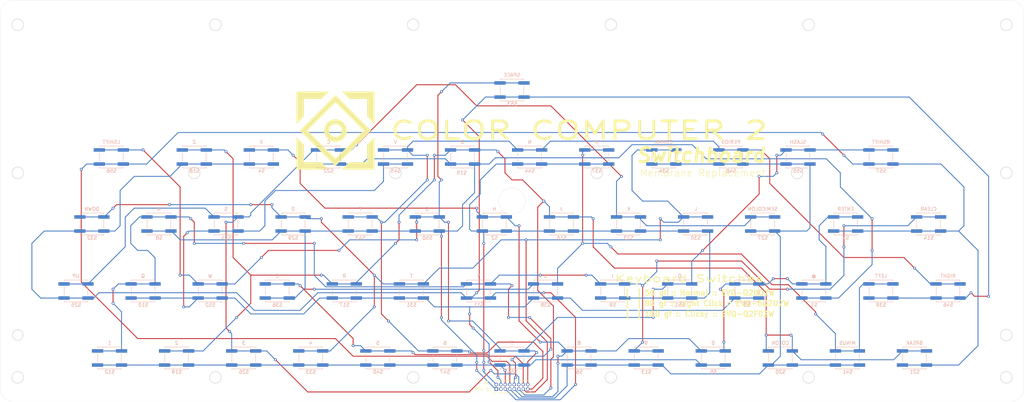
<source format=kicad_pcb>
(kicad_pcb (version 20171130) (host pcbnew "(5.1.10)-1")
  (title_block (title "CoCo3 Switchboard") (date 2021-10-07) (rev 1.0) (comment 4 "Author: Mike Rojas"))
  (layers (0 F.Cu signal) (31 B.Cu signal) (34 B.Paste user) (35 F.Paste user) (36 B.SilkS user) (37 F.SilkS user) (38 B.Mask user) (39 F.Mask user) (44 Edge.Cuts user))
  (net 0 "")
  (net 1 PB7)
  (net 2 PB6)
  (net 3 PB5)
  (net 4 PB4)
  (net 5 PB3)
  (net 6 PB2)
  (net 7 PB1)
  (net 8 PB0)
  (net 9 PA6)
  (net 10 PA5)
  (net 11 PA4)
  (net 12 PA3)
  (net 13 PA2)
  (net 14 PA1)
  (net 15 PA0)
  (module Connector_PinHeader_1.27mm:PinHeader_2x08_P1.27mm_Vertical (layer F.Cu) (at 135.5598 3.3 90)
    (fp_text reference J1 (at 1.9 -2.8598 180) (layer F.SilkS))
    (fp_text value Conn_01x16)
    (pad 16 thru_hole oval (at 1.27 8.89 90) (size 1 1) (drill 0.65) (layers *.Cu *.Mask) (net 1 PB7))
    (pad 15 thru_hole oval (at 0 8.89 90) (size 1 1) (drill 0.65) (layers *.Cu *.Mask) (net 2 PB6))
    (pad 14 thru_hole oval (at 1.27 7.62 90) (size 1 1) (drill 0.65) (layers *.Cu *.Mask) (net 3 PB5))
    (pad 13 thru_hole oval (at 0 7.62 90) (size 1 1) (drill 0.65) (layers *.Cu *.Mask) (net 4 PB4))
    (pad 12 thru_hole oval (at 1.27 6.35 90) (size 1 1) (drill 0.65) (layers *.Cu *.Mask) (net 5 PB3))
    (pad 11 thru_hole oval (at 0 6.35 90) (size 1 1) (drill 0.65) (layers *.Cu *.Mask) (net 6 PB2))
    (pad 10 thru_hole oval (at 1.27 5.08 90) (size 1 1) (drill 0.65) (layers *.Cu *.Mask) (net 7 PB1))
    (pad 9 thru_hole oval (at 0 5.08 90) (size 1 1) (drill 0.65) (layers *.Cu *.Mask) (net 8 PB0))
    (pad 8 thru_hole oval (at 1.27 3.81 90) (size 1 1) (drill 0.65) (layers *.Cu *.Mask) (net 9 PA6))
    (pad 7 thru_hole oval (at 0 3.81 90) (size 1 1) (drill 0.65) (layers *.Cu *.Mask) (net 10 PA5))
    (pad 6 thru_hole oval (at 1.27 2.54 90) (size 1 1) (drill 0.65) (layers *.Cu *.Mask) (net 11 PA4))
    (pad 5 thru_hole oval (at 0 2.54 90) (size 1 1) (drill 0.65) (layers *.Cu *.Mask) (net 12 PA3))
    (pad 4 thru_hole oval (at 1.27 1.27 90) (size 1 1) (drill 0.65) (layers *.Cu *.Mask) (net 13 PA2))
    (pad 3 thru_hole oval (at 0 1.27 90) (size 1 1) (drill 0.65) (layers *.Cu *.Mask))
    (pad 2 thru_hole oval (at 1.27 0 90) (size 1 1) (drill 0.65) (layers *.Cu *.Mask) (net 14 PA1))
    (pad 1 thru_hole rect (at 0 0 90) (size 1 1) (drill 0.65) (layers *.Cu *.Mask) (net 15 PA0))
  )
  (module Button_Switch_SMD:SW_SPST_EVQQ2 (layer B.Cu) (at 164 -62.5)
    (fp_text reference S37 (at 0.05 3.95) (layer B.SilkS) (effects (justify mirror)))
    (fp_text value M (at 0 -4.25) (layer B.SilkS) (effects (justify mirror)))
    (pad 2 smd rect (at 3.4 -2) (size 3.2 1) (layers B.Cu B.Paste B.Mask) (net 3 PB5))
    (pad 2 smd rect (at -3.4 -2) (size 3.2 1) (layers B.Cu B.Paste B.Mask) (net 3 PB5))
    (pad 1 smd rect (at -3.4 2) (size 3.2 1) (layers B.Cu B.Paste B.Mask) (net 14 PA1))
    (pad 1 smd rect (at 3.4 2) (size 3.2 1) (layers B.Cu B.Paste B.Mask) (net 14 PA1))
  )
  (module Button_Switch_SMD:SW_SPST_EVQQ2 (layer B.Cu) (at 244.5 -62.5)
    (fp_text reference S57 (at 0.05 3.95) (layer B.SilkS) (effects (justify mirror)))
    (fp_text value RSHIFT (at 0 -4.25) (layer B.SilkS) (effects (justify mirror)))
    (pad 2 smd rect (at 3.4 -2) (size 3.2 1) (layers B.Cu B.Paste B.Mask) (net 1 PB7))
    (pad 2 smd rect (at -3.4 -2) (size 3.2 1) (layers B.Cu B.Paste B.Mask) (net 1 PB7))
    (pad 1 smd rect (at -3.4 2) (size 3.2 1) (layers B.Cu B.Paste B.Mask) (net 9 PA6))
    (pad 1 smd rect (at 3.4 2) (size 3.2 1) (layers B.Cu B.Paste B.Mask) (net 9 PA6))
  )
  (module Button_Switch_SMD:SW_SPST_EVQQ2 (layer B.Cu) (at 26.5 -62.5)
    (fp_text reference S56 (at 0.05 3.95) (layer B.SilkS) (effects (justify mirror)))
    (fp_text value LSHIFT (at 0 -4.25) (layer B.SilkS) (effects (justify mirror)))
    (pad 2 smd rect (at 3.4 -2) (size 3.2 1) (layers B.Cu B.Paste B.Mask) (net 1 PB7))
    (pad 2 smd rect (at -3.4 -2) (size 3.2 1) (layers B.Cu B.Paste B.Mask) (net 1 PB7))
    (pad 1 smd rect (at -3.4 2) (size 3.2 1) (layers B.Cu B.Paste B.Mask) (net 9 PA6))
    (pad 1 smd rect (at 3.4 2) (size 3.2 1) (layers B.Cu B.Paste B.Mask) (net 9 PA6))
  )
  (module Button_Switch_SMD:SW_SPST_EVQQ2 (layer B.Cu) (at 221 -62.5)
    (fp_text reference S55 (at 0.05 3.95) (layer B.SilkS) (effects (justify mirror)))
    (fp_text value SLASH (at 0 -4.25) (layer B.SilkS) (effects (justify mirror)))
    (pad 2 smd rect (at 3.4 -2) (size 3.2 1) (layers B.Cu B.Paste B.Mask) (net 1 PB7))
    (pad 2 smd rect (at -3.4 -2) (size 3.2 1) (layers B.Cu B.Paste B.Mask) (net 1 PB7))
    (pad 1 smd rect (at -3.4 2) (size 3.2 1) (layers B.Cu B.Paste B.Mask) (net 10 PA5))
    (pad 1 smd rect (at 3.4 2) (size 3.2 1) (layers B.Cu B.Paste B.Mask) (net 10 PA5))
  )
  (module Button_Switch_SMD:SW_SPST_EVQQ2 (layer B.Cu) (at 140 -5.5)
    (fp_text reference S54 (at 0.05 3.95) (layer B.SilkS) (effects (justify mirror)))
    (fp_text value 7 (at 0 -4.25) (layer B.SilkS) (effects (justify mirror)))
    (pad 2 smd rect (at 3.4 -2) (size 3.2 1) (layers B.Cu B.Paste B.Mask) (net 1 PB7))
    (pad 2 smd rect (at -3.4 -2) (size 3.2 1) (layers B.Cu B.Paste B.Mask) (net 1 PB7))
    (pad 1 smd rect (at -3.4 2) (size 3.2 1) (layers B.Cu B.Paste B.Mask) (net 11 PA4))
    (pad 1 smd rect (at 3.4 2) (size 3.2 1) (layers B.Cu B.Paste B.Mask) (net 11 PA4))
  )
  (module Button_Switch_SMD:SW_SPST_EVQQ2 (layer B.Cu) (at 140 -81.5)
    (fp_text reference S53 (at 0.05 3.95) (layer B.SilkS) (effects (justify mirror)))
    (fp_text value SPACE (at 0 -4.25) (layer B.SilkS) (effects (justify mirror)))
    (pad 2 smd rect (at 3.4 -2) (size 3.2 1) (layers B.Cu B.Paste B.Mask) (net 1 PB7))
    (pad 2 smd rect (at -3.4 -2) (size 3.2 1) (layers B.Cu B.Paste B.Mask) (net 1 PB7))
    (pad 1 smd rect (at -3.4 2) (size 3.2 1) (layers B.Cu B.Paste B.Mask) (net 12 PA3))
    (pad 1 smd rect (at 3.4 2) (size 3.2 1) (layers B.Cu B.Paste B.Mask) (net 12 PA3))
  )
  (module Button_Switch_SMD:SW_SPST_EVQQ2 (layer B.Cu) (at 54.5 -24.5)
    (fp_text reference S52 (at 0.05 3.95) (layer B.SilkS) (effects (justify mirror)))
    (fp_text value W (at 0 -4.25) (layer B.SilkS) (effects (justify mirror)))
    (pad 2 smd rect (at 3.4 -2) (size 3.2 1) (layers B.Cu B.Paste B.Mask) (net 1 PB7))
    (pad 2 smd rect (at -3.4 -2) (size 3.2 1) (layers B.Cu B.Paste B.Mask) (net 1 PB7))
    (pad 1 smd rect (at -3.4 2) (size 3.2 1) (layers B.Cu B.Paste B.Mask) (net 13 PA2))
    (pad 1 smd rect (at 3.4 2) (size 3.2 1) (layers B.Cu B.Paste B.Mask) (net 13 PA2))
  )
  (module Button_Switch_SMD:SW_SPST_EVQQ2 (layer B.Cu) (at 187.5 -24.5)
    (fp_text reference S51 (at 0.05 3.95) (layer B.SilkS) (effects (justify mirror)))
    (fp_text value O (at 0 -4.25) (layer B.SilkS) (effects (justify mirror)))
    (pad 2 smd rect (at 3.4 -2) (size 3.2 1) (layers B.Cu B.Paste B.Mask) (net 1 PB7))
    (pad 2 smd rect (at -3.4 -2) (size 3.2 1) (layers B.Cu B.Paste B.Mask) (net 1 PB7))
    (pad 1 smd rect (at -3.4 2) (size 3.2 1) (layers B.Cu B.Paste B.Mask) (net 14 PA1))
    (pad 1 smd rect (at 3.4 2) (size 3.2 1) (layers B.Cu B.Paste B.Mask) (net 14 PA1))
  )
  (module Button_Switch_SMD:SW_SPST_EVQQ2 (layer B.Cu) (at 116 -43.5)
    (fp_text reference S50 (at 0.05 3.95) (layer B.SilkS) (effects (justify mirror)))
    (fp_text value G (at 0 -4.25) (layer B.SilkS) (effects (justify mirror)))
    (pad 2 smd rect (at 3.4 -2) (size 3.2 1) (layers B.Cu B.Paste B.Mask) (net 1 PB7))
    (pad 2 smd rect (at -3.4 -2) (size 3.2 1) (layers B.Cu B.Paste B.Mask) (net 1 PB7))
    (pad 1 smd rect (at -3.4 2) (size 3.2 1) (layers B.Cu B.Paste B.Mask) (net 15 PA0))
    (pad 1 smd rect (at 3.4 2) (size 3.2 1) (layers B.Cu B.Paste B.Mask) (net 15 PA0))
  )
  (module Button_Switch_SMD:SW_SPST_EVQQ2 (layer B.Cu) (at 202 -62.5)
    (fp_text reference S48 (at 0.05 3.95) (layer B.SilkS) (effects (justify mirror)))
    (fp_text value PERIOD (at 0 -4.25) (layer B.SilkS) (effects (justify mirror)))
    (pad 2 smd rect (at 3.4 -2) (size 3.2 1) (layers B.Cu B.Paste B.Mask) (net 2 PB6))
    (pad 2 smd rect (at -3.4 -2) (size 3.2 1) (layers B.Cu B.Paste B.Mask) (net 2 PB6))
    (pad 1 smd rect (at -3.4 2) (size 3.2 1) (layers B.Cu B.Paste B.Mask) (net 10 PA5))
    (pad 1 smd rect (at 3.4 2) (size 3.2 1) (layers B.Cu B.Paste B.Mask) (net 10 PA5))
  )
  (module Button_Switch_SMD:SW_SPST_EVQQ2 (layer B.Cu) (at 121 -5.5)
    (fp_text reference S47 (at 0.05 3.95) (layer B.SilkS) (effects (justify mirror)))
    (fp_text value 6 (at 0 -4.25) (layer B.SilkS) (effects (justify mirror)))
    (pad 2 smd rect (at 3.4 -2) (size 3.2 1) (layers B.Cu B.Paste B.Mask) (net 2 PB6))
    (pad 2 smd rect (at -3.4 -2) (size 3.2 1) (layers B.Cu B.Paste B.Mask) (net 2 PB6))
    (pad 1 smd rect (at -3.4 2) (size 3.2 1) (layers B.Cu B.Paste B.Mask) (net 11 PA4))
    (pad 1 smd rect (at 3.4 2) (size 3.2 1) (layers B.Cu B.Paste B.Mask) (net 11 PA4))
  )
  (module Button_Switch_SMD:SW_SPST_EVQQ2 (layer B.Cu) (at 263.5 -24.5)
    (fp_text reference S46 (at 0.05 3.95) (layer B.SilkS) (effects (justify mirror)))
    (fp_text value RIGHT (at 0 -4.25) (layer B.SilkS) (effects (justify mirror)))
    (pad 2 smd rect (at 3.4 -2) (size 3.2 1) (layers B.Cu B.Paste B.Mask) (net 2 PB6))
    (pad 2 smd rect (at -3.4 -2) (size 3.2 1) (layers B.Cu B.Paste B.Mask) (net 2 PB6))
    (pad 1 smd rect (at -3.4 2) (size 3.2 1) (layers B.Cu B.Paste B.Mask) (net 12 PA3))
    (pad 1 smd rect (at 3.4 2) (size 3.2 1) (layers B.Cu B.Paste B.Mask) (net 12 PA3))
  )
  (module Button_Switch_SMD:SW_SPST_EVQQ2 (layer B.Cu) (at 107 -62.5)
    (fp_text reference S45 (at 0.05 3.95) (layer B.SilkS) (effects (justify mirror)))
    (fp_text value V (at 0 -4.25) (layer B.SilkS) (effects (justify mirror)))
    (pad 2 smd rect (at 3.4 -2) (size 3.2 1) (layers B.Cu B.Paste B.Mask) (net 2 PB6))
    (pad 2 smd rect (at -3.4 -2) (size 3.2 1) (layers B.Cu B.Paste B.Mask) (net 2 PB6))
    (pad 1 smd rect (at -3.4 2) (size 3.2 1) (layers B.Cu B.Paste B.Mask) (net 13 PA2))
    (pad 1 smd rect (at 3.4 2) (size 3.2 1) (layers B.Cu B.Paste B.Mask) (net 13 PA2))
  )
  (module Button_Switch_SMD:SW_SPST_EVQQ2 (layer B.Cu) (at 145 -62.5)
    (fp_text reference S44 (at 0.05 3.95) (layer B.SilkS) (effects (justify mirror)))
    (fp_text value N (at 0 -4.25) (layer B.SilkS) (effects (justify mirror)))
    (pad 2 smd rect (at 3.4 -2) (size 3.2 1) (layers B.Cu B.Paste B.Mask) (net 2 PB6))
    (pad 2 smd rect (at -3.4 -2) (size 3.2 1) (layers B.Cu B.Paste B.Mask) (net 2 PB6))
    (pad 1 smd rect (at -3.4 2) (size 3.2 1) (layers B.Cu B.Paste B.Mask) (net 14 PA1))
    (pad 1 smd rect (at 3.4 2) (size 3.2 1) (layers B.Cu B.Paste B.Mask) (net 14 PA1))
  )
  (module Button_Switch_SMD:SW_SPST_EVQQ2 (layer B.Cu) (at 97 -43.5)
    (fp_text reference S43 (at 0.05 3.95) (layer B.SilkS) (effects (justify mirror)))
    (fp_text value F (at 0 -4.25) (layer B.SilkS) (effects (justify mirror)))
    (pad 2 smd rect (at 3.4 -2) (size 3.2 1) (layers B.Cu B.Paste B.Mask) (net 2 PB6))
    (pad 2 smd rect (at -3.4 -2) (size 3.2 1) (layers B.Cu B.Paste B.Mask) (net 2 PB6))
    (pad 1 smd rect (at -3.4 2) (size 3.2 1) (layers B.Cu B.Paste B.Mask) (net 15 PA0))
    (pad 1 smd rect (at 3.4 2) (size 3.2 1) (layers B.Cu B.Paste B.Mask) (net 15 PA0))
  )
  (module Button_Switch_SMD:SW_SPST_EVQQ2 (layer B.Cu) (at 235 -5.5)
    (fp_text reference S41 (at 0.05 3.95) (layer B.SilkS) (effects (justify mirror)))
    (fp_text value MINUS (at 0 -4.25) (layer B.SilkS) (effects (justify mirror)))
    (pad 2 smd rect (at 3.4 -2) (size 3.2 1) (layers B.Cu B.Paste B.Mask) (net 3 PB5))
    (pad 2 smd rect (at -3.4 -2) (size 3.2 1) (layers B.Cu B.Paste B.Mask) (net 3 PB5))
    (pad 1 smd rect (at -3.4 2) (size 3.2 1) (layers B.Cu B.Paste B.Mask) (net 10 PA5))
    (pad 1 smd rect (at 3.4 2) (size 3.2 1) (layers B.Cu B.Paste B.Mask) (net 10 PA5))
  )
  (module Button_Switch_SMD:SW_SPST_EVQQ2 (layer B.Cu) (at 102 -5.5)
    (fp_text reference S40 (at 0.05 3.95) (layer B.SilkS) (effects (justify mirror)))
    (fp_text value 5 (at 0 -4.25) (layer B.SilkS) (effects (justify mirror)))
    (pad 2 smd rect (at 3.4 -2) (size 3.2 1) (layers B.Cu B.Paste B.Mask) (net 3 PB5))
    (pad 2 smd rect (at -3.4 -2) (size 3.2 1) (layers B.Cu B.Paste B.Mask) (net 3 PB5))
    (pad 1 smd rect (at -3.4 2) (size 3.2 1) (layers B.Cu B.Paste B.Mask) (net 11 PA4))
    (pad 1 smd rect (at 3.4 2) (size 3.2 1) (layers B.Cu B.Paste B.Mask) (net 11 PA4))
  )
  (module Button_Switch_SMD:SW_SPST_EVQQ2 (layer B.Cu) (at 244.5 -24.5)
    (fp_text reference S39 (at 0.05 3.95) (layer B.SilkS) (effects (justify mirror)))
    (fp_text value LEFT (at 0 -4.25) (layer B.SilkS) (effects (justify mirror)))
    (pad 2 smd rect (at 3.4 -2) (size 3.2 1) (layers B.Cu B.Paste B.Mask) (net 3 PB5))
    (pad 2 smd rect (at -3.4 -2) (size 3.2 1) (layers B.Cu B.Paste B.Mask) (net 3 PB5))
    (pad 1 smd rect (at -3.4 2) (size 3.2 1) (layers B.Cu B.Paste B.Mask) (net 12 PA3))
    (pad 1 smd rect (at 3.4 2) (size 3.2 1) (layers B.Cu B.Paste B.Mask) (net 12 PA3))
  )
  (module Button_Switch_SMD:SW_SPST_EVQQ2 (layer B.Cu) (at 149.5 -24.5)
    (fp_text reference S38 (at 0.05 3.95) (layer B.SilkS) (effects (justify mirror)))
    (fp_text value U (at 0 -4.25) (layer B.SilkS) (effects (justify mirror)))
    (pad 2 smd rect (at 3.4 -2) (size 3.2 1) (layers B.Cu B.Paste B.Mask) (net 3 PB5))
    (pad 2 smd rect (at -3.4 -2) (size 3.2 1) (layers B.Cu B.Paste B.Mask) (net 3 PB5))
    (pad 1 smd rect (at -3.4 2) (size 3.2 1) (layers B.Cu B.Paste B.Mask) (net 13 PA2))
    (pad 1 smd rect (at 3.4 2) (size 3.2 1) (layers B.Cu B.Paste B.Mask) (net 13 PA2))
  )
  (module Button_Switch_SMD:SW_SPST_EVQQ2 (layer B.Cu) (at 73.5 -24.5)
    (fp_text reference S36 (at 0.05 3.95) (layer B.SilkS) (effects (justify mirror)))
    (fp_text value E (at 0 -4.25) (layer B.SilkS) (effects (justify mirror)))
    (pad 2 smd rect (at 3.4 -2) (size 3.2 1) (layers B.Cu B.Paste B.Mask) (net 3 PB5))
    (pad 2 smd rect (at -3.4 -2) (size 3.2 1) (layers B.Cu B.Paste B.Mask) (net 3 PB5))
    (pad 1 smd rect (at -3.4 2) (size 3.2 1) (layers B.Cu B.Paste B.Mask) (net 15 PA0))
    (pad 1 smd rect (at 3.4 2) (size 3.2 1) (layers B.Cu B.Paste B.Mask) (net 15 PA0))
  )
  (module Button_Switch_SMD:SW_SPST_EVQQ2 (layer B.Cu) (at 183 -62.5)
    (fp_text reference S34 (at 0.05 3.95) (layer B.SilkS) (effects (justify mirror)))
    (fp_text value COMMA (at 0 -4.25) (layer B.SilkS) (effects (justify mirror)))
    (pad 2 smd rect (at 3.4 -2) (size 3.2 1) (layers B.Cu B.Paste B.Mask) (net 4 PB4))
    (pad 2 smd rect (at -3.4 -2) (size 3.2 1) (layers B.Cu B.Paste B.Mask) (net 4 PB4))
    (pad 1 smd rect (at -3.4 2) (size 3.2 1) (layers B.Cu B.Paste B.Mask) (net 10 PA5))
    (pad 1 smd rect (at 3.4 2) (size 3.2 1) (layers B.Cu B.Paste B.Mask) (net 10 PA5))
  )
  (module Button_Switch_SMD:SW_SPST_EVQQ2 (layer B.Cu) (at 83 -5.5)
    (fp_text reference S33 (at 0.05 3.95) (layer B.SilkS) (effects (justify mirror)))
    (fp_text value 4 (at 0 -4.25) (layer B.SilkS) (effects (justify mirror)))
    (pad 2 smd rect (at 3.4 -2) (size 3.2 1) (layers B.Cu B.Paste B.Mask) (net 4 PB4))
    (pad 2 smd rect (at -3.4 -2) (size 3.2 1) (layers B.Cu B.Paste B.Mask) (net 4 PB4))
    (pad 1 smd rect (at -3.4 2) (size 3.2 1) (layers B.Cu B.Paste B.Mask) (net 11 PA4))
    (pad 1 smd rect (at 3.4 2) (size 3.2 1) (layers B.Cu B.Paste B.Mask) (net 11 PA4))
  )
  (module Button_Switch_SMD:SW_SPST_EVQQ2 (layer B.Cu) (at 21 -43.5)
    (fp_text reference S32 (at 0.05 3.95) (layer B.SilkS) (effects (justify mirror)))
    (fp_text value DOWN (at 0 -4.25) (layer B.SilkS) (effects (justify mirror)))
    (pad 2 smd rect (at 3.4 -2) (size 3.2 1) (layers B.Cu B.Paste B.Mask) (net 4 PB4))
    (pad 2 smd rect (at -3.4 -2) (size 3.2 1) (layers B.Cu B.Paste B.Mask) (net 4 PB4))
    (pad 1 smd rect (at -3.4 2) (size 3.2 1) (layers B.Cu B.Paste B.Mask) (net 12 PA3))
    (pad 1 smd rect (at 3.4 2) (size 3.2 1) (layers B.Cu B.Paste B.Mask) (net 12 PA3))
  )
  (module Button_Switch_SMD:SW_SPST_EVQQ2 (layer B.Cu) (at 111.5 -24.5)
    (fp_text reference S31 (at 0.05 3.95) (layer B.SilkS) (effects (justify mirror)))
    (fp_text value T (at 0 -4.25) (layer B.SilkS) (effects (justify mirror)))
    (pad 2 smd rect (at 3.4 -2) (size 3.2 1) (layers B.Cu B.Paste B.Mask) (net 4 PB4))
    (pad 2 smd rect (at -3.4 -2) (size 3.2 1) (layers B.Cu B.Paste B.Mask) (net 4 PB4))
    (pad 1 smd rect (at -3.4 2) (size 3.2 1) (layers B.Cu B.Paste B.Mask) (net 13 PA2))
    (pad 1 smd rect (at 3.4 2) (size 3.2 1) (layers B.Cu B.Paste B.Mask) (net 13 PA2))
  )
  (module Button_Switch_SMD:SW_SPST_EVQQ2 (layer B.Cu) (at 192 -43.5)
    (fp_text reference S30 (at 0.05 3.95) (layer B.SilkS) (effects (justify mirror)))
    (fp_text value L (at 0 -4.25) (layer B.SilkS) (effects (justify mirror)))
    (pad 2 smd rect (at 3.4 -2) (size 3.2 1) (layers B.Cu B.Paste B.Mask) (net 4 PB4))
    (pad 2 smd rect (at -3.4 -2) (size 3.2 1) (layers B.Cu B.Paste B.Mask) (net 4 PB4))
    (pad 1 smd rect (at -3.4 2) (size 3.2 1) (layers B.Cu B.Paste B.Mask) (net 14 PA1))
    (pad 1 smd rect (at 3.4 2) (size 3.2 1) (layers B.Cu B.Paste B.Mask) (net 14 PA1))
  )
  (module Button_Switch_SMD:SW_SPST_EVQQ2 (layer B.Cu) (at 78 -43.5)
    (fp_text reference S29 (at 0.05 3.95) (layer B.SilkS) (effects (justify mirror)))
    (fp_text value D (at 0 -4.25) (layer B.SilkS) (effects (justify mirror)))
    (pad 2 smd rect (at 3.4 -2) (size 3.2 1) (layers B.Cu B.Paste B.Mask) (net 4 PB4))
    (pad 2 smd rect (at -3.4 -2) (size 3.2 1) (layers B.Cu B.Paste B.Mask) (net 4 PB4))
    (pad 1 smd rect (at -3.4 2) (size 3.2 1) (layers B.Cu B.Paste B.Mask) (net 15 PA0))
    (pad 1 smd rect (at 3.4 2) (size 3.2 1) (layers B.Cu B.Paste B.Mask) (net 15 PA0))
  )
  (module Button_Switch_SMD:SW_SPST_EVQQ2 (layer B.Cu) (at 211 -43.5)
    (fp_text reference S27 (at 0.05 3.95) (layer B.SilkS) (effects (justify mirror)))
    (fp_text value SEMICOLON (at 0 -4.25) (layer B.SilkS) (effects (justify mirror)))
    (pad 2 smd rect (at 3.4 -2) (size 3.2 1) (layers B.Cu B.Paste B.Mask) (net 5 PB3))
    (pad 2 smd rect (at -3.4 -2) (size 3.2 1) (layers B.Cu B.Paste B.Mask) (net 5 PB3))
    (pad 1 smd rect (at -3.4 2) (size 3.2 1) (layers B.Cu B.Paste B.Mask) (net 10 PA5))
    (pad 1 smd rect (at 3.4 2) (size 3.2 1) (layers B.Cu B.Paste B.Mask) (net 10 PA5))
  )
  (module Button_Switch_SMD:SW_SPST_EVQQ2 (layer B.Cu) (at 64 -5.5)
    (fp_text reference S26 (at 0.05 3.95) (layer B.SilkS) (effects (justify mirror)))
    (fp_text value 3 (at 0 -4.25) (layer B.SilkS) (effects (justify mirror)))
    (pad 2 smd rect (at 3.4 -2) (size 3.2 1) (layers B.Cu B.Paste B.Mask) (net 5 PB3))
    (pad 2 smd rect (at -3.4 -2) (size 3.2 1) (layers B.Cu B.Paste B.Mask) (net 5 PB3))
    (pad 1 smd rect (at -3.4 2) (size 3.2 1) (layers B.Cu B.Paste B.Mask) (net 11 PA4))
    (pad 1 smd rect (at 3.4 2) (size 3.2 1) (layers B.Cu B.Paste B.Mask) (net 11 PA4))
  )
  (module Button_Switch_SMD:SW_SPST_EVQQ2 (layer B.Cu) (at 16.5 -24.5)
    (fp_text reference S25 (at 0.05 3.95) (layer B.SilkS) (effects (justify mirror)))
    (fp_text value UP (at 0 -4.25) (layer B.SilkS) (effects (justify mirror)))
    (pad 2 smd rect (at 3.4 -2) (size 3.2 1) (layers B.Cu B.Paste B.Mask) (net 5 PB3))
    (pad 2 smd rect (at -3.4 -2) (size 3.2 1) (layers B.Cu B.Paste B.Mask) (net 5 PB3))
    (pad 1 smd rect (at -3.4 2) (size 3.2 1) (layers B.Cu B.Paste B.Mask) (net 12 PA3))
    (pad 1 smd rect (at 3.4 2) (size 3.2 1) (layers B.Cu B.Paste B.Mask) (net 12 PA3))
  )
  (module Button_Switch_SMD:SW_SPST_EVQQ2 (layer B.Cu) (at 59 -43.5)
    (fp_text reference S24 (at 0.05 3.95) (layer B.SilkS) (effects (justify mirror)))
    (fp_text value S (at 0 -4.25) (layer B.SilkS) (effects (justify mirror)))
    (pad 2 smd rect (at 3.4 -2) (size 3.2 1) (layers B.Cu B.Paste B.Mask) (net 5 PB3))
    (pad 2 smd rect (at -3.4 -2) (size 3.2 1) (layers B.Cu B.Paste B.Mask) (net 5 PB3))
    (pad 1 smd rect (at -3.4 2) (size 3.2 1) (layers B.Cu B.Paste B.Mask) (net 13 PA2))
    (pad 1 smd rect (at 3.4 2) (size 3.2 1) (layers B.Cu B.Paste B.Mask) (net 13 PA2))
  )
  (module Button_Switch_SMD:SW_SPST_EVQQ2 (layer B.Cu) (at 173 -43.5)
    (fp_text reference S23 (at 0.05 3.95) (layer B.SilkS) (effects (justify mirror)))
    (fp_text value K (at 0 -4.25) (layer B.SilkS) (effects (justify mirror)))
    (pad 2 smd rect (at 3.4 -2) (size 3.2 1) (layers B.Cu B.Paste B.Mask) (net 5 PB3))
    (pad 2 smd rect (at -3.4 -2) (size 3.2 1) (layers B.Cu B.Paste B.Mask) (net 5 PB3))
    (pad 1 smd rect (at -3.4 2) (size 3.2 1) (layers B.Cu B.Paste B.Mask) (net 14 PA1))
    (pad 1 smd rect (at 3.4 2) (size 3.2 1) (layers B.Cu B.Paste B.Mask) (net 14 PA1))
  )
  (module Button_Switch_SMD:SW_SPST_EVQQ2 (layer B.Cu) (at 88 -62.5)
    (fp_text reference S22 (at 0.05 3.95) (layer B.SilkS) (effects (justify mirror)))
    (fp_text value C (at 0 -4.25) (layer B.SilkS) (effects (justify mirror)))
    (pad 2 smd rect (at 3.4 -2) (size 3.2 1) (layers B.Cu B.Paste B.Mask) (net 5 PB3))
    (pad 2 smd rect (at -3.4 -2) (size 3.2 1) (layers B.Cu B.Paste B.Mask) (net 5 PB3))
    (pad 1 smd rect (at -3.4 2) (size 3.2 1) (layers B.Cu B.Paste B.Mask) (net 15 PA0))
    (pad 1 smd rect (at 3.4 2) (size 3.2 1) (layers B.Cu B.Paste B.Mask) (net 15 PA0))
  )
  (module Button_Switch_SMD:SW_SPST_EVQQ2 (layer B.Cu) (at 254 -5.5)
    (fp_text reference S21 (at 0.05 3.95) (layer B.SilkS) (effects (justify mirror)))
    (fp_text value BREAK (at 0 -4.25) (layer B.SilkS) (effects (justify mirror)))
    (pad 2 smd rect (at 3.4 -2) (size 3.2 1) (layers B.Cu B.Paste B.Mask) (net 6 PB2))
    (pad 2 smd rect (at -3.4 -2) (size 3.2 1) (layers B.Cu B.Paste B.Mask) (net 6 PB2))
    (pad 1 smd rect (at -3.4 2) (size 3.2 1) (layers B.Cu B.Paste B.Mask) (net 9 PA6))
    (pad 1 smd rect (at 3.4 2) (size 3.2 1) (layers B.Cu B.Paste B.Mask) (net 9 PA6))
  )
  (module Button_Switch_SMD:SW_SPST_EVQQ2 (layer B.Cu) (at 216 -5.5)
    (fp_text reference S20 (at 0.05 3.95) (layer B.SilkS) (effects (justify mirror)))
    (fp_text value COLON (at 0 -4.25) (layer B.SilkS) (effects (justify mirror)))
    (pad 2 smd rect (at 3.4 -2) (size 3.2 1) (layers B.Cu B.Paste B.Mask) (net 6 PB2))
    (pad 2 smd rect (at -3.4 -2) (size 3.2 1) (layers B.Cu B.Paste B.Mask) (net 6 PB2))
    (pad 1 smd rect (at -3.4 2) (size 3.2 1) (layers B.Cu B.Paste B.Mask) (net 10 PA5))
    (pad 1 smd rect (at 3.4 2) (size 3.2 1) (layers B.Cu B.Paste B.Mask) (net 10 PA5))
  )
  (module Button_Switch_SMD:SW_SPST_EVQQ2 (layer B.Cu) (at 45 -5.5)
    (fp_text reference S19 (at 0.05 3.95) (layer B.SilkS) (effects (justify mirror)))
    (fp_text value 2 (at 0 -4.25) (layer B.SilkS) (effects (justify mirror)))
    (pad 2 smd rect (at 3.4 -2) (size 3.2 1) (layers B.Cu B.Paste B.Mask) (net 6 PB2))
    (pad 2 smd rect (at -3.4 -2) (size 3.2 1) (layers B.Cu B.Paste B.Mask) (net 6 PB2))
    (pad 1 smd rect (at -3.4 2) (size 3.2 1) (layers B.Cu B.Paste B.Mask) (net 11 PA4))
    (pad 1 smd rect (at 3.4 2) (size 3.2 1) (layers B.Cu B.Paste B.Mask) (net 11 PA4))
  )
  (module Button_Switch_SMD:SW_SPST_EVQQ2 (layer B.Cu) (at 50 -62.5)
    (fp_text reference S18 (at 0.05 3.95) (layer B.SilkS) (effects (justify mirror)))
    (fp_text value Z (at 0 -4.25) (layer B.SilkS) (effects (justify mirror)))
    (pad 2 smd rect (at 3.4 -2) (size 3.2 1) (layers B.Cu B.Paste B.Mask) (net 6 PB2))
    (pad 2 smd rect (at -3.4 -2) (size 3.2 1) (layers B.Cu B.Paste B.Mask) (net 6 PB2))
    (pad 1 smd rect (at -3.4 2) (size 3.2 1) (layers B.Cu B.Paste B.Mask) (net 12 PA3))
    (pad 1 smd rect (at 3.4 2) (size 3.2 1) (layers B.Cu B.Paste B.Mask) (net 12 PA3))
  )
  (module Button_Switch_SMD:SW_SPST_EVQQ2 (layer B.Cu) (at 92.5 -24.5)
    (fp_text reference S17 (at 0.05 3.95) (layer B.SilkS) (effects (justify mirror)))
    (fp_text value R (at 0 -4.25) (layer B.SilkS) (effects (justify mirror)))
    (pad 2 smd rect (at 3.4 -2) (size 3.2 1) (layers B.Cu B.Paste B.Mask) (net 6 PB2))
    (pad 2 smd rect (at -3.4 -2) (size 3.2 1) (layers B.Cu B.Paste B.Mask) (net 6 PB2))
    (pad 1 smd rect (at -3.4 2) (size 3.2 1) (layers B.Cu B.Paste B.Mask) (net 13 PA2))
    (pad 1 smd rect (at 3.4 2) (size 3.2 1) (layers B.Cu B.Paste B.Mask) (net 13 PA2))
  )
  (module Button_Switch_SMD:SW_SPST_EVQQ2 (layer B.Cu) (at 154 -43.5)
    (fp_text reference S16 (at 0.05 3.95) (layer B.SilkS) (effects (justify mirror)))
    (fp_text value J (at 0 -4.25) (layer B.SilkS) (effects (justify mirror)))
    (pad 2 smd rect (at 3.4 -2) (size 3.2 1) (layers B.Cu B.Paste B.Mask) (net 6 PB2))
    (pad 2 smd rect (at -3.4 -2) (size 3.2 1) (layers B.Cu B.Paste B.Mask) (net 6 PB2))
    (pad 1 smd rect (at -3.4 2) (size 3.2 1) (layers B.Cu B.Paste B.Mask) (net 14 PA1))
    (pad 1 smd rect (at 3.4 2) (size 3.2 1) (layers B.Cu B.Paste B.Mask) (net 14 PA1))
  )
  (module Button_Switch_SMD:SW_SPST_EVQQ2 (layer B.Cu) (at 126 -62.5)
    (fp_text reference S15 (at -0.25 4.5) (layer B.SilkS) (effects (justify mirror)))
    (fp_text value B (at 0 -4.25) (layer B.SilkS) (effects (justify mirror)))
    (pad 2 smd rect (at 3.4 -2) (size 3.2 1) (layers B.Cu B.Paste B.Mask) (net 6 PB2))
    (pad 2 smd rect (at -3.4 -2) (size 3.2 1) (layers B.Cu B.Paste B.Mask) (net 6 PB2))
    (pad 1 smd rect (at -3.4 2) (size 3.2 1) (layers B.Cu B.Paste B.Mask) (net 15 PA0))
    (pad 1 smd rect (at 3.4 2) (size 3.2 1) (layers B.Cu B.Paste B.Mask) (net 15 PA0))
  )
  (module Button_Switch_SMD:SW_SPST_EVQQ2 (layer B.Cu) (at 258 -43.5)
    (fp_text reference S14 (at 0.05 3.95) (layer B.SilkS) (effects (justify mirror)))
    (fp_text value CLEAR (at 0 -4.25) (layer B.SilkS) (effects (justify mirror)))
    (pad 2 smd rect (at 3.4 -2) (size 3.2 1) (layers B.Cu B.Paste B.Mask) (net 7 PB1))
    (pad 2 smd rect (at -3.4 -2) (size 3.2 1) (layers B.Cu B.Paste B.Mask) (net 7 PB1))
    (pad 1 smd rect (at -3.4 2) (size 3.2 1) (layers B.Cu B.Paste B.Mask) (net 9 PA6))
    (pad 1 smd rect (at 3.4 2) (size 3.2 1) (layers B.Cu B.Paste B.Mask) (net 9 PA6))
  )
  (module Button_Switch_SMD:SW_SPST_EVQQ2 (layer B.Cu) (at 178 -5.5)
    (fp_text reference S13 (at 0.05 3.95) (layer B.SilkS) (effects (justify mirror)))
    (fp_text value 9 (at 0 -4.25) (layer B.SilkS) (effects (justify mirror)))
    (pad 2 smd rect (at 3.4 -2) (size 3.2 1) (layers B.Cu B.Paste B.Mask) (net 7 PB1))
    (pad 2 smd rect (at -3.4 -2) (size 3.2 1) (layers B.Cu B.Paste B.Mask) (net 7 PB1))
    (pad 1 smd rect (at -3.4 2) (size 3.2 1) (layers B.Cu B.Paste B.Mask) (net 10 PA5))
    (pad 1 smd rect (at 3.4 2) (size 3.2 1) (layers B.Cu B.Paste B.Mask) (net 10 PA5))
  )
  (module Button_Switch_SMD:SW_SPST_EVQQ2 (layer B.Cu) (at 26 -5.5)
    (fp_text reference S12 (at 0.05 3.95) (layer B.SilkS) (effects (justify mirror)))
    (fp_text value 1 (at 0 -4.25) (layer B.SilkS) (effects (justify mirror)))
    (pad 2 smd rect (at 3.4 -2) (size 3.2 1) (layers B.Cu B.Paste B.Mask) (net 7 PB1))
    (pad 2 smd rect (at -3.4 -2) (size 3.2 1) (layers B.Cu B.Paste B.Mask) (net 7 PB1))
    (pad 1 smd rect (at -3.4 2) (size 3.2 1) (layers B.Cu B.Paste B.Mask) (net 11 PA4))
    (pad 1 smd rect (at 3.4 2) (size 3.2 1) (layers B.Cu B.Paste B.Mask) (net 11 PA4))
  )
  (module Button_Switch_SMD:SW_SPST_EVQQ2 (layer B.Cu) (at 130.5 -24.5)
    (fp_text reference S11 (at 0.05 3.95) (layer B.SilkS) (effects (justify mirror)))
    (fp_text value Y (at 0 -4.25) (layer B.SilkS) (effects (justify mirror)))
    (pad 2 smd rect (at 3.4 -2) (size 3.2 1) (layers B.Cu B.Paste B.Mask) (net 7 PB1))
    (pad 2 smd rect (at -3.4 -2) (size 3.2 1) (layers B.Cu B.Paste B.Mask) (net 7 PB1))
    (pad 1 smd rect (at -3.4 2) (size 3.2 1) (layers B.Cu B.Paste B.Mask) (net 12 PA3))
    (pad 1 smd rect (at 3.4 2) (size 3.2 1) (layers B.Cu B.Paste B.Mask) (net 12 PA3))
  )
  (module Button_Switch_SMD:SW_SPST_EVQQ2 (layer B.Cu) (at 35.5 -24.5)
    (fp_text reference S10 (at 0.05 3.95) (layer B.SilkS) (effects (justify mirror)))
    (fp_text value Q (at 0 -4.25) (layer B.SilkS) (effects (justify mirror)))
    (pad 2 smd rect (at 3.4 -2) (size 3.2 1) (layers B.Cu B.Paste B.Mask) (net 7 PB1))
    (pad 2 smd rect (at -3.4 -2) (size 3.2 1) (layers B.Cu B.Paste B.Mask) (net 7 PB1))
    (pad 1 smd rect (at -3.4 2) (size 3.2 1) (layers B.Cu B.Paste B.Mask) (net 13 PA2))
    (pad 1 smd rect (at 3.4 2) (size 3.2 1) (layers B.Cu B.Paste B.Mask) (net 13 PA2))
  )
  (module Button_Switch_SMD:SW_SPST_EVQQ2 (layer B.Cu) (at 168.5 -24.5)
    (fp_text reference S9 (at 0.05 3.95) (layer B.SilkS) (effects (justify mirror)))
    (fp_text value I (at 0 -4.25) (layer B.SilkS) (effects (justify mirror)))
    (pad 2 smd rect (at 3.4 -2) (size 3.2 1) (layers B.Cu B.Paste B.Mask) (net 7 PB1))
    (pad 2 smd rect (at -3.4 -2) (size 3.2 1) (layers B.Cu B.Paste B.Mask) (net 7 PB1))
    (pad 1 smd rect (at -3.4 2) (size 3.2 1) (layers B.Cu B.Paste B.Mask) (net 14 PA1))
    (pad 1 smd rect (at 3.4 2) (size 3.2 1) (layers B.Cu B.Paste B.Mask) (net 14 PA1))
  )
  (module Button_Switch_SMD:SW_SPST_EVQQ2 (layer B.Cu) (at 40 -43.5)
    (fp_text reference S8 (at 0.05 3.95) (layer B.SilkS) (effects (justify mirror)))
    (fp_text value A (at 0 -4.25) (layer B.SilkS) (effects (justify mirror)))
    (pad 2 smd rect (at 3.4 -2) (size 3.2 1) (layers B.Cu B.Paste B.Mask) (net 7 PB1))
    (pad 2 smd rect (at -3.4 -2) (size 3.2 1) (layers B.Cu B.Paste B.Mask) (net 7 PB1))
    (pad 1 smd rect (at -3.4 2) (size 3.2 1) (layers B.Cu B.Paste B.Mask) (net 15 PA0))
    (pad 1 smd rect (at 3.4 2) (size 3.2 1) (layers B.Cu B.Paste B.Mask) (net 15 PA0))
  )
  (module Button_Switch_SMD:SW_SPST_EVQQ2 (layer B.Cu) (at 234.5 -43.5)
    (fp_text reference S7 (at 0.05 3.95) (layer B.SilkS) (effects (justify mirror)))
    (fp_text value ENTER (at 0 -4.25) (layer B.SilkS) (effects (justify mirror)))
    (pad 2 smd rect (at 3.4 -2) (size 3.2 1) (layers B.Cu B.Paste B.Mask) (net 8 PB0))
    (pad 2 smd rect (at -3.4 -2) (size 3.2 1) (layers B.Cu B.Paste B.Mask) (net 8 PB0))
    (pad 1 smd rect (at -3.4 2) (size 3.2 1) (layers B.Cu B.Paste B.Mask) (net 9 PA6))
    (pad 1 smd rect (at 3.4 2) (size 3.2 1) (layers B.Cu B.Paste B.Mask) (net 9 PA6))
  )
  (module Button_Switch_SMD:SW_SPST_EVQQ2 (layer B.Cu) (at 159 -5.5)
    (fp_text reference S6 (at 0.05 3.95) (layer B.SilkS) (effects (justify mirror)))
    (fp_text value 8 (at 0 -4.25) (layer B.SilkS) (effects (justify mirror)))
    (pad 2 smd rect (at 3.4 -2) (size 3.2 1) (layers B.Cu B.Paste B.Mask) (net 8 PB0))
    (pad 2 smd rect (at -3.4 -2) (size 3.2 1) (layers B.Cu B.Paste B.Mask) (net 8 PB0))
    (pad 1 smd rect (at -3.4 2) (size 3.2 1) (layers B.Cu B.Paste B.Mask) (net 10 PA5))
    (pad 1 smd rect (at 3.4 2) (size 3.2 1) (layers B.Cu B.Paste B.Mask) (net 10 PA5))
  )
  (module Button_Switch_SMD:SW_SPST_EVQQ2 (layer B.Cu) (at 197 -5.5)
    (fp_text reference S5 (at 0.05 3.95) (layer B.SilkS) (effects (justify mirror)))
    (fp_text value 0 (at 0 -4.25) (layer B.SilkS) (effects (justify mirror)))
    (pad 2 smd rect (at 3.4 -2) (size 3.2 1) (layers B.Cu B.Paste B.Mask) (net 8 PB0))
    (pad 2 smd rect (at -3.4 -2) (size 3.2 1) (layers B.Cu B.Paste B.Mask) (net 8 PB0))
    (pad 1 smd rect (at -3.4 2) (size 3.2 1) (layers B.Cu B.Paste B.Mask) (net 11 PA4))
    (pad 1 smd rect (at 3.4 2) (size 3.2 1) (layers B.Cu B.Paste B.Mask) (net 11 PA4))
  )
  (module Button_Switch_SMD:SW_SPST_EVQQ2 (layer B.Cu) (at 69 -62.5)
    (fp_text reference S4 (at 0.05 3.95) (layer B.SilkS) (effects (justify mirror)))
    (fp_text value X (at 0 -4.25) (layer B.SilkS) (effects (justify mirror)))
    (pad 2 smd rect (at 3.4 -2) (size 3.2 1) (layers B.Cu B.Paste B.Mask) (net 8 PB0))
    (pad 2 smd rect (at -3.4 -2) (size 3.2 1) (layers B.Cu B.Paste B.Mask) (net 8 PB0))
    (pad 1 smd rect (at -3.4 2) (size 3.2 1) (layers B.Cu B.Paste B.Mask) (net 12 PA3))
    (pad 1 smd rect (at 3.4 2) (size 3.2 1) (layers B.Cu B.Paste B.Mask) (net 12 PA3))
  )
  (module Button_Switch_SMD:SW_SPST_EVQQ2 (layer B.Cu) (at 206.5 -24.5)
    (fp_text reference S3 (at 0.05 3.95) (layer B.SilkS) (effects (justify mirror)))
    (fp_text value P (at 0 -4.25) (layer B.SilkS) (effects (justify mirror)))
    (pad 2 smd rect (at 3.4 -2) (size 3.2 1) (layers B.Cu B.Paste B.Mask) (net 8 PB0))
    (pad 2 smd rect (at -3.4 -2) (size 3.2 1) (layers B.Cu B.Paste B.Mask) (net 8 PB0))
    (pad 1 smd rect (at -3.4 2) (size 3.2 1) (layers B.Cu B.Paste B.Mask) (net 13 PA2))
    (pad 1 smd rect (at 3.4 2) (size 3.2 1) (layers B.Cu B.Paste B.Mask) (net 13 PA2))
  )
  (module Button_Switch_SMD:SW_SPST_EVQQ2 (layer B.Cu) (at 135 -43.5)
    (fp_text reference S2 (at 0.05 3.95) (layer B.SilkS) (effects (justify mirror)))
    (fp_text value H (at 0 -4.25) (layer B.SilkS) (effects (justify mirror)))
    (pad 2 smd rect (at 3.4 -2) (size 3.2 1) (layers B.Cu B.Paste B.Mask) (net 8 PB0))
    (pad 2 smd rect (at -3.4 -2) (size 3.2 1) (layers B.Cu B.Paste B.Mask) (net 8 PB0))
    (pad 1 smd rect (at -3.4 2) (size 3.2 1) (layers B.Cu B.Paste B.Mask) (net 14 PA1))
    (pad 1 smd rect (at 3.4 2) (size 3.2 1) (layers B.Cu B.Paste B.Mask) (net 14 PA1))
  )
  (module Button_Switch_SMD:SW_SPST_EVQQ2 (layer B.Cu) (at 225.5 -24.5)
    (fp_text reference S1 (at 0.05 3.95) (layer B.SilkS) (effects (justify mirror)))
    (fp_text value @ (at 0 -4.25) (layer B.SilkS) (effects (justify mirror)))
    (pad 2 smd rect (at 3.4 -2) (size 3.2 1) (layers B.Cu B.Paste B.Mask) (net 8 PB0))
    (pad 2 smd rect (at -3.4 -2) (size 3.2 1) (layers B.Cu B.Paste B.Mask) (net 8 PB0))
    (pad 1 smd rect (at -3.4 2) (size 3.2 1) (layers B.Cu B.Paste B.Mask) (net 15 PA0))
    (pad 1 smd rect (at 3.4 2) (size 3.2 1) (layers B.Cu B.Paste B.Mask) (net 15 PA0))
  )
  (gr_circle (center 164 -58) (end 165.65 -58) (layer Edge.Cuts) (width 0.15))
  (gr_circle (center 280 -58) (end 281.65 -58) (layer Edge.Cuts) (width 0.15))
  (gr_circle (center 280 -12) (end 281.65 -12) (layer Edge.Cuts) (width 0.15))
  (gr_text "Pin 1" (at 131.5 3.4) (layer F.SilkS) (effects (font (size 1 1) (thickness 0.125))))
  (gr_text "[  ] 100 gf :: Clicky :: EVQ-Q2F02W" (at 172 -18) (layer F.SilkS) (effects (font (size 1.5 1.5) (thickness 0.3)) (justify left)))
  (gr_text "[  ] 80 gf :: Light Click :: EVQ-6Q202W" (at 172 -21) (layer F.SilkS) (effects (font (size 1.5 1.5) (thickness 0.3)) (justify left)))
  (gr_text "[  ] 50 gf :: Normal :: EVQ-Q2B02W" (at 172 -24) (layer F.SilkS) (effects (font (size 1.5 1.5) (thickness 0.3)) (justify left)))
  (gr_text "Keyboard Switches" (at 168.9 -28) (layer F.SilkS) (effects (font (size 2 3) (thickness 0.3)) (justify left)))
  (gr_circle (center 140 -50) (end 143.75 -50) (layer Edge.Cuts) (width 0.05))
  (gr_poly (pts (xy 92 -59) (xy 94 -61) (xy 99 -61) (xy 99 -66) (xy 101 -68) (xy 101 -59)) (layer F.SilkS) (width 0.1))
  (gr_poly (pts (xy 79 -68) (xy 81 -66) (xy 81 -61) (xy 86 -61) (xy 88 -59) (xy 79 -59)) (layer F.SilkS) (width 0.1))
  (gr_poly (pts (xy 88 -81) (xy 86 -79) (xy 81 -79) (xy 81 -74) (xy 79 -72) (xy 79 -81)) (layer F.SilkS) (width 0.1))
  (gr_poly (pts (xy 101 -72) (xy 99 -74) (xy 99 -79) (xy 94 -79) (xy 92 -81) (xy 101 -81)) (layer F.SilkS) (width 0.1))
  (gr_poly (pts (xy 99 -69) (xy 91 -61) (xy 90 -62) (xy 98 -70)) (layer F.SilkS) (width 0.1))
  (gr_poly (pts (xy 91 -61) (xy 90 -60) (xy 81 -69) (xy 82 -70)) (layer F.SilkS) (width 0.1))
  (gr_poly (pts (xy 90 -78) (xy 81 -69) (xy 80 -70) (xy 89 -79)) (layer F.SilkS) (width 0.1))
  (gr_poly (pts (xy 100 -70) (xy 99 -69) (xy 89 -79) (xy 90 -80)) (layer F.SilkS) (width 0.1))
  (gr_circle (center 90 -70) (end 92.5 -70) (layer F.SilkS) (width 1.4))
  (gr_text "Membrane Replacement" (at 194 -58) (layer F.SilkS) (effects (font (size 2 2))))
  (gr_text "COLOR COMPUTER 2" (at 159 -70) (layer F.SilkS) (effects (font (size 5 7) (thickness 0.8))))
  (gr_text Switchboard (at 175 -63) (layer F.SilkS) (effects (font (size 4 4) (thickness 0.8) italic) (justify left)))
  (gr_arc (start -1 -103) (end -1 -107) (angle -90) (layer Edge.Cuts) (width 0.05))
  (gr_arc (start 281 -103) (end 285 -103) (angle -90) (layer Edge.Cuts) (width 0.05))
  (gr_line (start -1 -107) (end 281 -107) (layer Edge.Cuts) (width 0.05))
  (gr_arc (start -1 3) (end -5 3) (angle -90) (layer Edge.Cuts) (width 0.05))
  (gr_arc (start 281 3) (end 281 7) (angle -90) (layer Edge.Cuts) (width 0.05))
  (gr_line (start -1 7) (end 281 7) (layer Edge.Cuts) (width 0.05))
  (gr_line (start 281 7) (end 281 7) (layer Edge.Cuts) (width 0.05))
  (gr_circle (center 107 -58) (end 108.65 -58) (layer Edge.Cuts) (width 0.15))
  (gr_circle (center 220.75 -58) (end 222.4 -58) (layer Edge.Cuts) (width 0.15))
  (gr_circle (center 168 -100) (end 169.65 -100) (layer Edge.Cuts) (width 0.15))
  (gr_circle (center 224 -100) (end 225.65 -100) (layer Edge.Cuts) (width 0.15))
  (gr_circle (center 280 -100) (end 281.65 -100) (layer Edge.Cuts) (width 0.15))
  (gr_circle (center 50 -58) (end 51.65 -58) (layer Edge.Cuts) (width 0.15))
  (gr_circle (center 280 0) (end 281.65 0) (layer Edge.Cuts) (width 0.15))
  (gr_circle (center 224 0) (end 225.65 0) (layer Edge.Cuts) (width 0.15))
  (gr_circle (center 168 0) (end 169.65 0) (layer Edge.Cuts) (width 0.15))
  (gr_circle (center 112 0) (end 113.65 0) (layer Edge.Cuts) (width 0.15))
  (gr_circle (center 56 0) (end 57.65 0) (layer Edge.Cuts) (width 0.15))
  (gr_circle (center 112 -100) (end 113.65 -100) (layer Edge.Cuts) (width 0.15))
  (gr_circle (center 56 -100) (end 57.65 -100) (layer Edge.Cuts) (width 0.15))
  (gr_circle (center 0 -100) (end 1.65 -100) (layer Edge.Cuts) (width 0.15))
  (gr_circle (center 0 -58) (end 1.65 -58) (layer Edge.Cuts) (width 0.15))
  (gr_circle (center 0 0) (end 1.65 0) (layer Edge.Cuts) (width 0.15))
  (gr_circle (center 0 -12) (end 1.5 -12) (layer Edge.Cuts) (width 0.15))
  (gr_line (start 285 3) (end 285 -103) (layer Edge.Cuts) (width 0.05))
  (gr_line (start -5 -103) (end -5 3) (layer Edge.Cuts) (width 0.05))
  (segment (start 247.9 -64.5) (end 217.6 -64.5) (width 0.25) (layer B.Cu) (net 1))
  (segment (start 23.1 -64.5) (end 29.9 -64.5) (width 0.25) (layer B.Cu) (net 1))
  (segment (start 51.1 -26.5) (end 57.9 -26.5) (width 0.25) (layer B.Cu) (net 1))
  (via (at 46 -29) (size 0.8) (drill 0.4) (layers F.Cu B.Cu) (net 1))
  (segment (start 48.6 -29) (end 51.1 -26.5) (width 0.25) (layer B.Cu) (net 1))
  (segment (start 46 -29) (end 48.6 -29) (width 0.25) (layer B.Cu) (net 1))
  (segment (start 184.1 -26.5) (end 190.9 -26.5) (width 0.25) (layer B.Cu) (net 1))
  (via (at 194 -36) (size 0.8) (drill 0.4) (layers F.Cu B.Cu) (net 1))
  (segment (start 190.9 -32.9) (end 194 -36) (width 0.25) (layer B.Cu) (net 1))
  (segment (start 190.9 -26.5) (end 190.9 -32.9) (width 0.25) (layer B.Cu) (net 1))
  (via (at 210 -57) (size 0.8) (drill 0.4) (layers F.Cu B.Cu) (net 1))
  (segment (start 210 -52) (end 210 -57) (width 0.25) (layer F.Cu) (net 1))
  (segment (start 194 -36) (end 210 -52) (width 0.25) (layer F.Cu) (net 1))
  (via (at 215 -58) (size 0.8) (drill 0.4) (layers F.Cu B.Cu) (net 1))
  (segment (start 214 -57) (end 215 -58) (width 0.25) (layer B.Cu) (net 1))
  (segment (start 210 -57) (end 214 -57) (width 0.25) (layer B.Cu) (net 1))
  (via (at 215 -63) (size 0.8) (drill 0.4) (layers F.Cu B.Cu) (net 1))
  (segment (start 215 -58) (end 215 -63) (width 0.25) (layer F.Cu) (net 1))
  (segment (start 216.1 -63) (end 217.6 -64.5) (width 0.25) (layer B.Cu) (net 1))
  (segment (start 215 -63) (end 216.1 -63) (width 0.25) (layer B.Cu) (net 1))
  (segment (start 143.4 -83.5) (end 136.6 -83.5) (width 0.25) (layer B.Cu) (net 1))
  (segment (start 115.5 -45.5) (end 119.4 -45.5) (width 0.25) (layer B.Cu) (net 1))
  (segment (start 112.6 -45.5) (end 115.5 -45.5) (width 0.25) (layer B.Cu) (net 1))
  (via (at 120 -56) (size 0.8) (drill 0.4) (layers F.Cu B.Cu) (net 1))
  (segment (start 119.4 -55.4) (end 120 -56) (width 0.25) (layer B.Cu) (net 1))
  (segment (start 119.4 -45.5) (end 119.4 -55.4) (width 0.25) (layer B.Cu) (net 1))
  (segment (start 120 -56) (end 119 -57) (width 0.25) (layer F.Cu) (net 1))
  (via (at 120 -81) (size 0.8) (drill 0.4) (layers F.Cu B.Cu) (net 1))
  (segment (start 119 -80) (end 120 -81) (width 0.25) (layer F.Cu) (net 1))
  (segment (start 119 -57) (end 119 -80) (width 0.25) (layer F.Cu) (net 1))
  (segment (start 122.5 -83.5) (end 136.6 -83.5) (width 0.25) (layer B.Cu) (net 1))
  (segment (start 120 -81) (end 122.5 -83.5) (width 0.25) (layer B.Cu) (net 1))
  (segment (start 143.4 -7.5) (end 136.6 -7.5) (width 0.25) (layer B.Cu) (net 1))
  (via (at 122 -16) (size 0.8) (drill 0.4) (layers F.Cu B.Cu) (net 1))
  (via (at 122 -44) (size 0.8) (drill 0.4) (layers F.Cu B.Cu) (net 1))
  (segment (start 122 -16) (end 122 -44) (width 0.25) (layer F.Cu) (net 1))
  (segment (start 120.9 -44) (end 119.4 -45.5) (width 0.25) (layer B.Cu) (net 1))
  (segment (start 122 -44) (end 120.9 -44) (width 0.25) (layer B.Cu) (net 1))
  (via (at 69 -34) (size 0.8) (drill 0.4) (layers F.Cu B.Cu) (net 1))
  (segment (start 61.5 -26.5) (end 69 -34) (width 0.25) (layer B.Cu) (net 1))
  (segment (start 57.9 -26.5) (end 61.5 -26.5) (width 0.25) (layer B.Cu) (net 1))
  (via (at 91 -36) (size 0.8) (drill 0.4) (layers F.Cu B.Cu) (net 1))
  (segment (start 71 -36) (end 91 -36) (width 0.25) (layer F.Cu) (net 1))
  (segment (start 69 -34) (end 71 -36) (width 0.25) (layer F.Cu) (net 1))
  (via (at 113 -39) (size 0.8) (drill 0.4) (layers F.Cu B.Cu) (net 1))
  (segment (start 94 -39) (end 113 -39) (width 0.25) (layer B.Cu) (net 1))
  (segment (start 91 -36) (end 94 -39) (width 0.25) (layer B.Cu) (net 1))
  (via (at 113 -44) (size 0.8) (drill 0.4) (layers F.Cu B.Cu) (net 1))
  (segment (start 113 -39) (end 113 -44) (width 0.25) (layer F.Cu) (net 1))
  (segment (start 113 -45.1) (end 112.6 -45.5) (width 0.25) (layer B.Cu) (net 1))
  (segment (start 113 -44) (end 113 -45.1) (width 0.25) (layer B.Cu) (net 1))
  (via (at 180 -17) (size 0.8) (drill 0.4) (layers F.Cu B.Cu) (net 1))
  (segment (start 152.9 -17) (end 180 -17) (width 0.25) (layer B.Cu) (net 1))
  (segment (start 143.4 -7.5) (end 152.9 -17) (width 0.25) (layer B.Cu) (net 1))
  (via (at 180 -25) (size 0.8) (drill 0.4) (layers F.Cu B.Cu) (net 1))
  (segment (start 180 -17) (end 180 -25) (width 0.25) (layer F.Cu) (net 1))
  (segment (start 182.6 -25) (end 184.1 -26.5) (width 0.25) (layer B.Cu) (net 1))
  (segment (start 180 -25) (end 182.6 -25) (width 0.25) (layer B.Cu) (net 1))
  (segment (start 122.565685 -16) (end 122 -16) (width 0.25) (layer B.Cu) (net 1))
  (segment (start 136.6 -8.25) (end 128.85 -16) (width 0.25) (layer B.Cu) (net 1))
  (segment (start 136.6 -7.5) (end 136.6 -8.25) (width 0.25) (layer B.Cu) (net 1))
  (segment (start 128.85 -16) (end 122.565685 -16) (width 0.25) (layer B.Cu) (net 1))
  (via (at 147 -6.999984) (size 0.8) (drill 0.4) (layers F.Cu B.Cu) (net 1))
  (segment (start 143.4 -7.5) (end 146.499984 -7.5) (width 0.25) (layer B.Cu) (net 1))
  (segment (start 146.499984 -7.5) (end 147 -6.999984) (width 0.25) (layer B.Cu) (net 1))
  (segment (start 144.4498 2.03) (end 144.4498 -4.449784) (width 0.25) (layer F.Cu) (net 1))
  (segment (start 144.4498 -4.449784) (end 147 -6.999984) (width 0.25) (layer F.Cu) (net 1))
  (segment (start 46 -54) (end 35.48734 -64.51266) (width 0.25) (layer F.Cu) (net 1))
  (via (at 35.48734 -64.51266) (size 0.8) (drill 0.4) (layers F.Cu B.Cu) (net 1))
  (segment (start 29.9 -64.5) (end 35.47468 -64.5) (width 0.25) (layer B.Cu) (net 1))
  (segment (start 35.47468 -64.5) (end 35.48734 -64.51266) (width 0.25) (layer B.Cu) (net 1))
  (segment (start 46 -29) (end 46 -54) (width 0.25) (layer F.Cu) (net 1))
  (segment (start 205.4 -64.5) (end 198.6 -64.5) (width 0.25) (layer B.Cu) (net 2))
  (segment (start 198.6 -64.5) (end 198.6 -65.4) (width 0.25) (layer B.Cu) (net 2))
  (segment (start 198.6 -65.4) (end 197 -67) (width 0.25) (layer B.Cu) (net 2))
  (segment (start 150.9 -67) (end 148.4 -64.5) (width 0.25) (layer B.Cu) (net 2))
  (segment (start 197 -67) (end 150.9 -67) (width 0.25) (layer B.Cu) (net 2))
  (segment (start 148.4 -64.5) (end 141.6 -64.5) (width 0.25) (layer B.Cu) (net 2))
  (segment (start 103.6 -64.5) (end 110.4 -64.5) (width 0.25) (layer B.Cu) (net 2))
  (segment (start 93.6 -45.5) (end 100.4 -45.5) (width 0.25) (layer B.Cu) (net 2))
  (via (at 116 -56) (size 0.8) (drill 0.4) (layers F.Cu B.Cu) (net 2))
  (segment (start 105.5 -45.5) (end 116 -56) (width 0.25) (layer B.Cu) (net 2))
  (via (at 116 -63) (size 0.8) (drill 0.4) (layers F.Cu B.Cu) (net 2))
  (segment (start 116 -56) (end 116 -63) (width 0.25) (layer F.Cu) (net 2))
  (segment (start 111.9 -63) (end 110.4 -64.5) (width 0.25) (layer B.Cu) (net 2))
  (segment (start 116 -63) (end 111.9 -63) (width 0.25) (layer B.Cu) (net 2))
  (via (at 211 -64) (size 0.8) (drill 0.4) (layers F.Cu B.Cu) (net 2))
  (segment (start 210.5 -64.5) (end 211 -64) (width 0.25) (layer B.Cu) (net 2))
  (segment (start 205.4 -64.5) (end 210.5 -64.5) (width 0.25) (layer B.Cu) (net 2))
  (segment (start 211 -64) (end 213 -62) (width 0.25) (layer F.Cu) (net 2))
  (segment (start 213 -62) (end 213 -55) (width 0.25) (layer F.Cu) (net 2))
  (segment (start 213 -55) (end 234 -34) (width 0.25) (layer F.Cu) (net 2))
  (via (at 254 -31) (size 0.8) (drill 0.4) (layers F.Cu B.Cu) (net 2))
  (segment (start 251 -34) (end 254 -31) (width 0.25) (layer F.Cu) (net 2))
  (segment (start 234 -34) (end 251 -34) (width 0.25) (layer F.Cu) (net 2))
  (segment (start 258.5 -26.5) (end 266.9 -26.5) (width 0.25) (layer B.Cu) (net 2))
  (segment (start 254 -31) (end 258.5 -26.5) (width 0.25) (layer B.Cu) (net 2))
  (segment (start 124.4 -7.5) (end 117.6 -7.5) (width 0.25) (layer B.Cu) (net 2))
  (via (at 105 -16) (size 0.8) (drill 0.4) (layers F.Cu B.Cu) (net 2))
  (segment (start 113.5 -7.5) (end 105 -16) (width 0.25) (layer B.Cu) (net 2))
  (segment (start 117.6 -7.5) (end 113.5 -7.5) (width 0.25) (layer B.Cu) (net 2))
  (via (at 103 -44) (size 0.8) (drill 0.4) (layers F.Cu B.Cu) (net 2))
  (segment (start 103 -18) (end 103 -44) (width 0.25) (layer F.Cu) (net 2))
  (segment (start 105 -16) (end 103 -18) (width 0.25) (layer F.Cu) (net 2))
  (segment (start 101.5 -45.5) (end 103 -44) (width 0.25) (layer B.Cu) (net 2))
  (segment (start 100.4 -45.5) (end 101.5 -45.5) (width 0.25) (layer B.Cu) (net 2))
  (segment (start 104 -44) (end 105.5 -45.5) (width 0.25) (layer B.Cu) (net 2))
  (segment (start 103 -44) (end 104 -44) (width 0.25) (layer B.Cu) (net 2))
  (segment (start 124.4 -7.5) (end 127.675021 -7.5) (width 0.25) (layer B.Cu) (net 2))
  (via (at 128 -7.175021) (size 0.8) (drill 0.4) (layers F.Cu B.Cu) (net 2))
  (segment (start 127.675021 -7.5) (end 128 -7.175021) (width 0.25) (layer B.Cu) (net 2))
  (segment (start 132.897991 -6.900022) (end 128.274999 -6.900022) (width 0.25) (layer F.Cu) (net 2))
  (segment (start 135.997969 -10) (end 132.897991 -6.900022) (width 0.25) (layer F.Cu) (net 2))
  (segment (start 146.073002 -10) (end 135.997969 -10) (width 0.25) (layer F.Cu) (net 2))
  (segment (start 148.725001 -7.348001) (end 146.073002 -10) (width 0.25) (layer F.Cu) (net 2))
  (segment (start 148.725001 0.274999) (end 148.725001 -7.348001) (width 0.25) (layer F.Cu) (net 2))
  (segment (start 145.7 3.3) (end 148.725001 0.274999) (width 0.25) (layer F.Cu) (net 2))
  (segment (start 128.274999 -6.900022) (end 128 -7.175021) (width 0.25) (layer F.Cu) (net 2))
  (segment (start 144.4498 3.3) (end 145.7 3.3) (width 0.25) (layer F.Cu) (net 2))
  (segment (start 139.1 -67) (end 141.6 -64.5) (width 0.25) (layer B.Cu) (net 2))
  (segment (start 112 -67) (end 139.1 -67) (width 0.25) (layer B.Cu) (net 2))
  (segment (start 110.4 -65.4) (end 112 -67) (width 0.25) (layer B.Cu) (net 2))
  (segment (start 110.4 -64.5) (end 110.4 -65.4) (width 0.25) (layer B.Cu) (net 2))
  (segment (start 231.6 -7.5) (end 238.4 -7.5) (width 0.25) (layer B.Cu) (net 3))
  (segment (start 241.1 -26.5) (end 247.9 -26.5) (width 0.25) (layer B.Cu) (net 3))
  (segment (start 167.4 -64.5) (end 160.6 -64.5) (width 0.25) (layer B.Cu) (net 3))
  (segment (start 146.1 -26.5) (end 152.9 -26.5) (width 0.25) (layer B.Cu) (net 3))
  (via (at 160 -38) (size 0.8) (drill 0.4) (layers F.Cu B.Cu) (net 3))
  (segment (start 152.9 -30.9) (end 160 -38) (width 0.25) (layer B.Cu) (net 3))
  (segment (start 152.9 -26.5) (end 152.9 -30.9) (width 0.25) (layer B.Cu) (net 3))
  (via (at 160 -63) (size 0.8) (drill 0.4) (layers F.Cu B.Cu) (net 3))
  (segment (start 160 -38) (end 160 -63) (width 0.25) (layer F.Cu) (net 3))
  (segment (start 160 -63.9) (end 160.6 -64.5) (width 0.25) (layer B.Cu) (net 3))
  (segment (start 160 -63) (end 160 -63.9) (width 0.25) (layer B.Cu) (net 3))
  (via (at 226 -18) (size 0.8) (drill 0.4) (layers F.Cu B.Cu) (net 3))
  (segment (start 231.6 -12.4) (end 226 -18) (width 0.25) (layer B.Cu) (net 3))
  (segment (start 231.6 -7.5) (end 231.6 -12.4) (width 0.25) (layer B.Cu) (net 3))
  (via (at 168 -37) (size 0.8) (drill 0.4) (layers F.Cu B.Cu) (net 3))
  (segment (start 167 -38) (end 160 -38) (width 0.25) (layer B.Cu) (net 3))
  (segment (start 168 -37) (end 167 -38) (width 0.25) (layer B.Cu) (net 3))
  (segment (start 70.1 -26.5) (end 76.9 -26.5) (width 0.25) (layer B.Cu) (net 3))
  (via (at 80 -26) (size 0.8) (drill 0.4) (layers F.Cu B.Cu) (net 3))
  (segment (start 79.5 -26.5) (end 80 -26) (width 0.25) (layer B.Cu) (net 3))
  (segment (start 76.9 -26.5) (end 79.5 -26.5) (width 0.25) (layer B.Cu) (net 3))
  (via (at 95 -9) (size 0.8) (drill 0.4) (layers F.Cu B.Cu) (net 3))
  (segment (start 95 -11) (end 95 -9) (width 0.25) (layer F.Cu) (net 3))
  (segment (start 80 -26) (end 95 -11) (width 0.25) (layer F.Cu) (net 3))
  (segment (start 97.1 -9) (end 98.6 -7.5) (width 0.25) (layer B.Cu) (net 3))
  (segment (start 95 -9) (end 97.1 -9) (width 0.25) (layer B.Cu) (net 3))
  (segment (start 98.6 -7.5) (end 105.4 -7.5) (width 0.25) (layer B.Cu) (net 3))
  (segment (start 111.5 -7.5) (end 112 -7) (width 0.25) (layer B.Cu) (net 3))
  (via (at 112 -7) (size 0.8) (drill 0.4) (layers F.Cu B.Cu) (net 3))
  (segment (start 105.4 -7.5) (end 111.5 -7.5) (width 0.25) (layer B.Cu) (net 3))
  (via (at 84 -25) (size 0.8) (drill 0.4) (layers F.Cu B.Cu) (net 3))
  (segment (start 81 -25) (end 80 -26) (width 0.25) (layer F.Cu) (net 3))
  (segment (start 84 -25) (end 81 -25) (width 0.25) (layer F.Cu) (net 3))
  (segment (start 143.1798 -3.8202) (end 143.1798 2.03) (width 0.25) (layer F.Cu) (net 3))
  (segment (start 133.534401 -6) (end 141 -6) (width 0.25) (layer F.Cu) (net 3))
  (segment (start 141 -6) (end 143.1798 -3.8202) (width 0.25) (layer F.Cu) (net 3))
  (segment (start 133.08439 -6.450011) (end 133.534401 -6) (width 0.25) (layer F.Cu) (net 3))
  (segment (start 112.549989 -6.450011) (end 133.08439 -6.450011) (width 0.25) (layer F.Cu) (net 3))
  (segment (start 112 -7) (end 112.549989 -6.450011) (width 0.25) (layer F.Cu) (net 3))
  (segment (start 239.5 -26.5) (end 241.1 -26.5) (width 0.25) (layer B.Cu) (net 3))
  (segment (start 238.4 -25.4) (end 239.5 -26.5) (width 0.25) (layer B.Cu) (net 3))
  (segment (start 238.4 -7.5) (end 238.4 -25.4) (width 0.25) (layer B.Cu) (net 3))
  (segment (start 170 -35) (end 168 -37) (width 0.25) (layer F.Cu) (net 3))
  (segment (start 204.926998 -35) (end 170 -35) (width 0.25) (layer F.Cu) (net 3))
  (segment (start 213.651999 -26.274999) (end 204.926998 -35) (width 0.25) (layer F.Cu) (net 3))
  (segment (start 218.290686 -26.274999) (end 213.651999 -26.274999) (width 0.25) (layer F.Cu) (net 3))
  (segment (start 226 -18.565685) (end 218.290686 -26.274999) (width 0.25) (layer F.Cu) (net 3))
  (segment (start 226 -18) (end 226 -18.565685) (width 0.25) (layer F.Cu) (net 3))
  (segment (start 144.6 -25) (end 84 -25) (width 0.25) (layer B.Cu) (net 3))
  (segment (start 146.1 -26.5) (end 144.6 -25) (width 0.25) (layer B.Cu) (net 3))
  (segment (start 195.4 -45.5) (end 188.6 -45.5) (width 0.25) (layer B.Cu) (net 4))
  (segment (start 186.4 -64.5) (end 179.6 -64.5) (width 0.25) (layer B.Cu) (net 4))
  (segment (start 184.1 -50) (end 188.6 -45.5) (width 0.25) (layer B.Cu) (net 4))
  (segment (start 177 -50) (end 184.1 -50) (width 0.25) (layer B.Cu) (net 4))
  (segment (start 174 -53) (end 177 -50) (width 0.25) (layer B.Cu) (net 4))
  (segment (start 174 -63) (end 174 -53) (width 0.25) (layer B.Cu) (net 4))
  (segment (start 175.5 -64.5) (end 174 -63) (width 0.25) (layer B.Cu) (net 4))
  (segment (start 179.6 -64.5) (end 175.5 -64.5) (width 0.25) (layer B.Cu) (net 4))
  (segment (start 17.6 -45.5) (end 24.4 -45.5) (width 0.25) (layer B.Cu) (net 4))
  (via (at 27 -48) (size 0.8) (drill 0.4) (layers F.Cu B.Cu) (net 4))
  (segment (start 24.5 -45.5) (end 27 -48) (width 0.25) (layer B.Cu) (net 4))
  (segment (start 24.4 -45.5) (end 24.5 -45.5) (width 0.25) (layer B.Cu) (net 4))
  (via (at 43 -49) (size 0.8) (drill 0.4) (layers F.Cu B.Cu) (net 4))
  (segment (start 28 -49) (end 43 -49) (width 0.25) (layer F.Cu) (net 4))
  (segment (start 27 -48) (end 28 -49) (width 0.25) (layer F.Cu) (net 4))
  (via (at 66 -49) (size 0.8) (drill 0.4) (layers F.Cu B.Cu) (net 4))
  (segment (start 43 -49) (end 66 -49) (width 0.25) (layer B.Cu) (net 4))
  (via (at 72 -49) (size 0.8) (drill 0.4) (layers F.Cu B.Cu) (net 4))
  (segment (start 66 -49) (end 72 -49) (width 0.25) (layer F.Cu) (net 4))
  (segment (start 72 -48.1) (end 74.6 -45.5) (width 0.25) (layer B.Cu) (net 4))
  (segment (start 72 -49) (end 72 -48.1) (width 0.25) (layer B.Cu) (net 4))
  (segment (start 74.6 -45.5) (end 81.4 -45.5) (width 0.25) (layer B.Cu) (net 4))
  (segment (start 114.9 -26.5) (end 108.1 -26.5) (width 0.25) (layer B.Cu) (net 4))
  (via (at 101 -29) (size 0.8) (drill 0.4) (layers F.Cu B.Cu) (net 4))
  (segment (start 103.5 -26.5) (end 101 -29) (width 0.25) (layer B.Cu) (net 4))
  (segment (start 108.1 -26.5) (end 103.5 -26.5) (width 0.25) (layer B.Cu) (net 4))
  (via (at 86 -45) (size 0.8) (drill 0.4) (layers F.Cu B.Cu) (net 4))
  (segment (start 86 -44) (end 86 -45) (width 0.25) (layer F.Cu) (net 4))
  (segment (start 101 -29) (end 86 -44) (width 0.25) (layer F.Cu) (net 4))
  (segment (start 81.9 -45) (end 81.4 -45.5) (width 0.25) (layer B.Cu) (net 4))
  (segment (start 86 -45) (end 81.9 -45) (width 0.25) (layer B.Cu) (net 4))
  (via (at 101 -20) (size 0.8) (drill 0.4) (layers F.Cu B.Cu) (net 4))
  (segment (start 88.5 -7.5) (end 101 -20) (width 0.25) (layer B.Cu) (net 4))
  (segment (start 86.4 -7.5) (end 88.5 -7.5) (width 0.25) (layer B.Cu) (net 4))
  (segment (start 101 -20) (end 101 -29) (width 0.25) (layer F.Cu) (net 4))
  (via (at 182 -39) (size 0.8) (drill 0.4) (layers F.Cu B.Cu) (net 4))
  (via (at 182 -45) (size 0.8) (drill 0.4) (layers F.Cu B.Cu) (net 4))
  (segment (start 182 -39) (end 182 -45) (width 0.25) (layer F.Cu) (net 4))
  (via (at 144 -39) (size 0.8) (drill 0.4) (layers F.Cu B.Cu) (net 4))
  (segment (start 79.6 -7.5) (end 86.4 -7.5) (width 0.25) (layer B.Cu) (net 4))
  (segment (start 187.1 -44) (end 188.6 -45.5) (width 0.25) (layer B.Cu) (net 4))
  (segment (start 182 -45) (end 183 -44) (width 0.25) (layer B.Cu) (net 4))
  (segment (start 183 -44) (end 187.1 -44) (width 0.25) (layer B.Cu) (net 4))
  (segment (start 150 0.63641) (end 150 -10.036501) (width 0.25) (layer F.Cu) (net 4))
  (segment (start 144 -16.036501) (end 144 -39) (width 0.25) (layer F.Cu) (net 4))
  (segment (start 146.511409 4.125001) (end 150 0.63641) (width 0.25) (layer F.Cu) (net 4))
  (segment (start 150 -10.036501) (end 144 -16.036501) (width 0.25) (layer F.Cu) (net 4))
  (segment (start 144.004801 4.125001) (end 146.511409 4.125001) (width 0.25) (layer F.Cu) (net 4))
  (segment (start 143.1798 3.3) (end 144.004801 4.125001) (width 0.25) (layer F.Cu) (net 4))
  (segment (start 136.914998 -39) (end 182 -39) (width 0.25) (layer B.Cu) (net 4))
  (segment (start 128.914998 -31) (end 136.914998 -39) (width 0.25) (layer B.Cu) (net 4))
  (segment (start 119.4 -31) (end 128.914998 -31) (width 0.25) (layer B.Cu) (net 4))
  (segment (start 114.9 -26.5) (end 119.4 -31) (width 0.25) (layer B.Cu) (net 4))
  (segment (start 214.4 -45.5) (end 207.6 -45.5) (width 0.25) (layer B.Cu) (net 5))
  (segment (start 169.6 -45.5) (end 176.4 -45.5) (width 0.25) (layer B.Cu) (net 5))
  (segment (start 91.4 -64.5) (end 84.6 -64.5) (width 0.25) (layer B.Cu) (net 5))
  (segment (start 13.1 -26.5) (end 19.9 -26.5) (width 0.25) (layer B.Cu) (net 5))
  (segment (start 55.6 -45.5) (end 62.4 -45.5) (width 0.25) (layer B.Cu) (net 5))
  (segment (start 66 -46.63641) (end 83.86359 -64.5) (width 0.25) (layer B.Cu) (net 5))
  (segment (start 83.86359 -64.5) (end 84.6 -64.5) (width 0.25) (layer B.Cu) (net 5))
  (segment (start 66 -46) (end 66 -46.63641) (width 0.25) (layer B.Cu) (net 5))
  (segment (start 65.5 -45.5) (end 66 -46) (width 0.25) (layer B.Cu) (net 5))
  (segment (start 62.4 -45.5) (end 65.5 -45.5) (width 0.25) (layer B.Cu) (net 5))
  (segment (start 67.4 -7.5) (end 60.6 -7.5) (width 0.25) (layer B.Cu) (net 5))
  (via (at 60 -13) (size 0.8) (drill 0.4) (layers F.Cu B.Cu) (net 5))
  (segment (start 60.6 -12.4) (end 60 -13) (width 0.25) (layer B.Cu) (net 5))
  (segment (start 60.6 -7.5) (end 60.6 -12.4) (width 0.25) (layer B.Cu) (net 5))
  (via (at 59 -44) (size 0.8) (drill 0.4) (layers F.Cu B.Cu) (net 5))
  (segment (start 59 -14) (end 59 -44) (width 0.25) (layer F.Cu) (net 5))
  (segment (start 60 -13) (end 59 -14) (width 0.25) (layer F.Cu) (net 5))
  (segment (start 60.9 -44) (end 62.4 -45.5) (width 0.25) (layer B.Cu) (net 5))
  (segment (start 59 -44) (end 60.9 -44) (width 0.25) (layer B.Cu) (net 5))
  (segment (start 70.5 -7.5) (end 73 -5) (width 0.25) (layer B.Cu) (net 5))
  (via (at 73 -5) (size 0.8) (drill 0.4) (layers F.Cu B.Cu) (net 5))
  (segment (start 67.4 -7.5) (end 70.5 -7.5) (width 0.25) (layer B.Cu) (net 5))
  (segment (start 169.6 -55.6) (end 171 -57) (width 0.25) (layer B.Cu) (net 5))
  (via (at 171 -57) (size 0.8) (drill 0.4) (layers F.Cu B.Cu) (net 5))
  (segment (start 169.6 -45.5) (end 169.6 -55.6) (width 0.25) (layer B.Cu) (net 5))
  (segment (start 171 -57) (end 166 -62) (width 0.25) (layer F.Cu) (net 5))
  (segment (start 166 -62) (end 151 -77) (width 0.25) (layer F.Cu) (net 5))
  (segment (start 151 -77) (end 130 -77) (width 0.25) (layer F.Cu) (net 5))
  (segment (start 130 -77) (end 124 -83) (width 0.25) (layer F.Cu) (net 5))
  (via (at 96 -66) (size 0.8) (drill 0.4) (layers F.Cu B.Cu) (net 5))
  (segment (start 113 -83) (end 96 -66) (width 0.25) (layer F.Cu) (net 5))
  (segment (start 124 -83) (end 113 -83) (width 0.25) (layer F.Cu) (net 5))
  (segment (start 94.5 -64.5) (end 91.4 -64.5) (width 0.25) (layer B.Cu) (net 5))
  (segment (start 96 -66) (end 94.5 -64.5) (width 0.25) (layer B.Cu) (net 5))
  (segment (start 127.874999 4.125001) (end 134 -2) (width 0.25) (layer F.Cu) (net 5))
  (segment (start 73 -5) (end 82.125001 4.125001) (width 0.25) (layer F.Cu) (net 5))
  (segment (start 82.125001 4.125001) (end 127.874999 4.125001) (width 0.25) (layer F.Cu) (net 5))
  (via (at 134 -2) (size 0.8) (drill 0.4) (layers F.Cu B.Cu) (net 5))
  (segment (start 135 -1) (end 134 -2) (width 0.25) (layer B.Cu) (net 5))
  (segment (start 141 -1) (end 135 -1) (width 0.25) (layer B.Cu) (net 5))
  (segment (start 141.9098 -0.0902) (end 141 -1) (width 0.25) (layer B.Cu) (net 5))
  (segment (start 141.9098 2.03) (end 141.9098 -0.0902) (width 0.25) (layer B.Cu) (net 5))
  (segment (start 205.85 -43) (end 178.15 -43) (width 0.25) (layer B.Cu) (net 5))
  (segment (start 176.4 -44.75) (end 176.4 -45.5) (width 0.25) (layer B.Cu) (net 5))
  (segment (start 178.15 -43) (end 176.4 -44.75) (width 0.25) (layer B.Cu) (net 5))
  (segment (start 207.6 -44.75) (end 205.85 -43) (width 0.25) (layer B.Cu) (net 5))
  (segment (start 207.6 -45.5) (end 207.6 -44.75) (width 0.25) (layer B.Cu) (net 5))
  (segment (start 53.1 -48) (end 55.6 -45.5) (width 0.25) (layer B.Cu) (net 5))
  (segment (start 33 -48) (end 53.1 -48) (width 0.25) (layer B.Cu) (net 5))
  (segment (start 30.45001 -45.45001) (end 33 -48) (width 0.25) (layer B.Cu) (net 5))
  (segment (start 30.45001 -37.05001) (end 30.45001 -45.45001) (width 0.25) (layer B.Cu) (net 5))
  (segment (start 19.9 -26.5) (end 30.45001 -37.05001) (width 0.25) (layer B.Cu) (net 5))
  (segment (start 257.4 -7.5) (end 250.6 -7.5) (width 0.25) (layer B.Cu) (net 6))
  (segment (start 150.6 -45.5) (end 157.4 -45.5) (width 0.25) (layer B.Cu) (net 6))
  (segment (start 122.6 -64.5) (end 129.4 -64.5) (width 0.25) (layer B.Cu) (net 6))
  (segment (start 46.6 -64.5) (end 53.4 -64.5) (width 0.25) (layer B.Cu) (net 6))
  (via (at 59 -64) (size 0.8) (drill 0.4) (layers F.Cu B.Cu) (net 6))
  (segment (start 58.5 -64.5) (end 59 -64) (width 0.25) (layer B.Cu) (net 6))
  (segment (start 53.4 -64.5) (end 58.5 -64.5) (width 0.25) (layer B.Cu) (net 6))
  (segment (start 59 -64) (end 61 -62) (width 0.25) (layer F.Cu) (net 6))
  (segment (start 61 -62) (end 61 -34) (width 0.25) (layer F.Cu) (net 6))
  (via (at 86 -29) (size 0.8) (drill 0.4) (layers F.Cu B.Cu) (net 6))
  (segment (start 66 -29) (end 86 -29) (width 0.25) (layer F.Cu) (net 6))
  (segment (start 61 -34) (end 66 -29) (width 0.25) (layer F.Cu) (net 6))
  (segment (start 86.6 -29) (end 89.1 -26.5) (width 0.25) (layer B.Cu) (net 6))
  (segment (start 86 -29) (end 86.6 -29) (width 0.25) (layer B.Cu) (net 6))
  (segment (start 89.1 -26.5) (end 95.9 -26.5) (width 0.25) (layer B.Cu) (net 6))
  (segment (start 95.9 -26.5) (end 95.9 -26.9) (width 0.25) (layer B.Cu) (net 6))
  (via (at 107 -38) (size 0.8) (drill 0.4) (layers F.Cu B.Cu) (net 6))
  (segment (start 95.9 -26.9) (end 107 -38) (width 0.25) (layer B.Cu) (net 6))
  (via (at 108 -44) (size 0.8) (drill 0.4) (layers F.Cu B.Cu) (net 6))
  (segment (start 108 -39) (end 108 -44) (width 0.25) (layer F.Cu) (net 6))
  (segment (start 107 -38) (end 108 -39) (width 0.25) (layer F.Cu) (net 6))
  (via (at 118 -56) (size 0.8) (drill 0.4) (layers F.Cu B.Cu) (net 6))
  (segment (start 108 -46) (end 118 -56) (width 0.25) (layer B.Cu) (net 6))
  (segment (start 108 -44) (end 108 -46) (width 0.25) (layer B.Cu) (net 6))
  (via (at 118 -63) (size 0.8) (drill 0.4) (layers F.Cu B.Cu) (net 6))
  (segment (start 118 -56) (end 118 -63) (width 0.25) (layer F.Cu) (net 6))
  (segment (start 121.1 -63) (end 122.6 -64.5) (width 0.25) (layer B.Cu) (net 6))
  (segment (start 118 -63) (end 121.1 -63) (width 0.25) (layer B.Cu) (net 6))
  (via (at 136 -64) (size 0.8) (drill 0.4) (layers F.Cu B.Cu) (net 6))
  (segment (start 135.5 -64.5) (end 136 -64) (width 0.25) (layer B.Cu) (net 6))
  (segment (start 129.4 -64.5) (end 135.5 -64.5) (width 0.25) (layer B.Cu) (net 6))
  (segment (start 136 -64) (end 138 -62) (width 0.25) (layer F.Cu) (net 6))
  (segment (start 138 -62) (end 138 -58) (width 0.25) (layer F.Cu) (net 6))
  (segment (start 138 -58) (end 140 -56) (width 0.25) (layer F.Cu) (net 6))
  (via (at 149 -50) (size 0.8) (drill 0.4) (layers F.Cu B.Cu) (net 6))
  (segment (start 143 -56) (end 149 -50) (width 0.25) (layer F.Cu) (net 6))
  (segment (start 140 -56) (end 143 -56) (width 0.25) (layer F.Cu) (net 6))
  (segment (start 150.6 -48.4) (end 150.6 -45.5) (width 0.25) (layer B.Cu) (net 6))
  (segment (start 149 -50) (end 150.6 -48.4) (width 0.25) (layer B.Cu) (net 6))
  (via (at 163 -45) (size 0.8) (drill 0.4) (layers F.Cu B.Cu) (net 6))
  (segment (start 162.5 -45.5) (end 163 -45) (width 0.25) (layer B.Cu) (net 6))
  (segment (start 157.4 -45.5) (end 162.5 -45.5) (width 0.25) (layer B.Cu) (net 6))
  (via (at 212 -12) (size 0.8) (drill 0.4) (layers F.Cu B.Cu) (net 6))
  (segment (start 212 -8.1) (end 212.6 -7.5) (width 0.25) (layer B.Cu) (net 6))
  (segment (start 212 -12) (end 212 -8.1) (width 0.25) (layer B.Cu) (net 6))
  (segment (start 219.4 -11.6) (end 219 -12) (width 0.25) (layer B.Cu) (net 6))
  (via (at 219 -12) (size 0.8) (drill 0.4) (layers F.Cu B.Cu) (net 6))
  (segment (start 219.4 -7.5) (end 219.4 -11.6) (width 0.25) (layer B.Cu) (net 6))
  (segment (start 219 -12) (end 212 -12) (width 0.25) (layer F.Cu) (net 6))
  (segment (start 41.6 -7.5) (end 48.4 -7.5) (width 0.25) (layer B.Cu) (net 6))
  (via (at 62 -17) (size 0.8) (drill 0.4) (layers F.Cu B.Cu) (net 6))
  (segment (start 52.5 -7.5) (end 62 -17) (width 0.25) (layer B.Cu) (net 6))
  (segment (start 48.4 -7.5) (end 52.5 -7.5) (width 0.25) (layer B.Cu) (net 6))
  (segment (start 62 -17) (end 66 -21) (width 0.25) (layer F.Cu) (net 6))
  (segment (start 66 -21) (end 66 -29) (width 0.25) (layer F.Cu) (net 6))
  (via (at 151 3) (size 0.8) (drill 0.4) (layers F.Cu B.Cu) (net 6))
  (via (at 149 -50) (size 0.8) (drill 0.4) (layers F.Cu B.Cu) (net 6))
  (segment (start 147.274999 -48.274999) (end 149 -50) (width 0.25) (layer F.Cu) (net 6))
  (segment (start 147.274999 -24.651999) (end 147.274999 -48.274999) (width 0.25) (layer F.Cu) (net 6))
  (segment (start 151.725001 -20.201997) (end 147.274999 -24.651999) (width 0.25) (layer F.Cu) (net 6))
  (segment (start 151.725001 -5.798003) (end 151.725001 -20.201997) (width 0.25) (layer F.Cu) (net 6))
  (segment (start 151 -5.073002) (end 151.725001 -5.798003) (width 0.25) (layer F.Cu) (net 6))
  (segment (start 151 3) (end 151 -5.073002) (width 0.25) (layer F.Cu) (net 6))
  (segment (start 248.1 -5) (end 221.9 -5) (width 0.25) (layer B.Cu) (net 6))
  (segment (start 221.9 -5) (end 219.4 -7.5) (width 0.25) (layer B.Cu) (net 6))
  (segment (start 250.6 -7.5) (end 248.1 -5) (width 0.25) (layer B.Cu) (net 6))
  (segment (start 143.6098 5) (end 149 5) (width 0.25) (layer B.Cu) (net 6))
  (segment (start 149 5) (end 151 3) (width 0.25) (layer B.Cu) (net 6))
  (segment (start 141.9098 3.3) (end 143.6098 5) (width 0.25) (layer B.Cu) (net 6))
  (segment (start 212 -24) (end 212 -12) (width 0.25) (layer F.Cu) (net 6))
  (segment (start 205 -31) (end 212 -24) (width 0.25) (layer F.Cu) (net 6))
  (segment (start 169 -31) (end 205 -31) (width 0.25) (layer F.Cu) (net 6))
  (segment (start 163 -37) (end 169 -31) (width 0.25) (layer F.Cu) (net 6))
  (segment (start 163 -45) (end 163 -37) (width 0.25) (layer F.Cu) (net 6))
  (segment (start 261.4 -45.5) (end 254.6 -45.5) (width 0.25) (layer B.Cu) (net 7))
  (segment (start 36.6 -45.5) (end 43.4 -45.5) (width 0.25) (layer B.Cu) (net 7))
  (segment (start 38.9 -26.5) (end 38.9 -33.9) (width 0.25) (layer B.Cu) (net 7))
  (segment (start 38.9 -33.9) (end 36.8 -36) (width 0.25) (layer B.Cu) (net 7))
  (segment (start 36.8 -36) (end 34 -36) (width 0.25) (layer B.Cu) (net 7))
  (segment (start 34 -36) (end 32 -38) (width 0.25) (layer B.Cu) (net 7))
  (segment (start 32 -38) (end 32 -43) (width 0.25) (layer B.Cu) (net 7))
  (segment (start 34.5 -45.5) (end 36.6 -45.5) (width 0.25) (layer B.Cu) (net 7))
  (segment (start 32 -43) (end 34.5 -45.5) (width 0.25) (layer B.Cu) (net 7))
  (segment (start 38.9 -26.5) (end 32.1 -26.5) (width 0.25) (layer B.Cu) (net 7))
  (segment (start 22.6 -7.5) (end 29.4 -7.5) (width 0.25) (layer B.Cu) (net 7))
  (via (at 27 -21) (size 0.8) (drill 0.4) (layers F.Cu B.Cu) (net 7))
  (segment (start 29.4 -18.6) (end 27 -21) (width 0.25) (layer B.Cu) (net 7))
  (segment (start 29.4 -7.5) (end 29.4 -18.6) (width 0.25) (layer B.Cu) (net 7))
  (via (at 27 -25) (size 0.8) (drill 0.4) (layers F.Cu B.Cu) (net 7))
  (segment (start 27 -21) (end 27 -25) (width 0.25) (layer F.Cu) (net 7))
  (segment (start 28.5 -26.5) (end 32.1 -26.5) (width 0.25) (layer B.Cu) (net 7))
  (segment (start 27 -25) (end 28.5 -26.5) (width 0.25) (layer B.Cu) (net 7))
  (segment (start 174.6 -7.5) (end 181.4 -7.5) (width 0.25) (layer B.Cu) (net 7))
  (segment (start 165.1 -26.5) (end 171.9 -26.5) (width 0.25) (layer B.Cu) (net 7))
  (via (at 177 -26) (size 0.8) (drill 0.4) (layers F.Cu B.Cu) (net 7))
  (segment (start 176.5 -26.5) (end 177 -26) (width 0.25) (layer B.Cu) (net 7))
  (segment (start 171.9 -26.5) (end 176.5 -26.5) (width 0.25) (layer B.Cu) (net 7))
  (via (at 177 -10) (size 0.8) (drill 0.4) (layers F.Cu B.Cu) (net 7))
  (segment (start 177 -26) (end 177 -10) (width 0.25) (layer F.Cu) (net 7))
  (segment (start 174.6 -7.6) (end 174.6 -7.5) (width 0.25) (layer B.Cu) (net 7))
  (segment (start 177 -10) (end 174.6 -7.6) (width 0.25) (layer B.Cu) (net 7))
  (segment (start 127.1 -26.5) (end 133.9 -26.5) (width 0.25) (layer B.Cu) (net 7))
  (via (at 148 -29) (size 0.8) (drill 0.4) (layers F.Cu B.Cu) (net 7))
  (segment (start 136.4 -29) (end 148 -29) (width 0.25) (layer B.Cu) (net 7))
  (segment (start 133.9 -26.5) (end 136.4 -29) (width 0.25) (layer B.Cu) (net 7))
  (via (at 161 -29) (size 0.8) (drill 0.4) (layers F.Cu B.Cu) (net 7))
  (segment (start 148 -29) (end 161 -29) (width 0.25) (layer F.Cu) (net 7))
  (segment (start 162.6 -29) (end 165.1 -26.5) (width 0.25) (layer B.Cu) (net 7))
  (segment (start 161 -29) (end 162.6 -29) (width 0.25) (layer B.Cu) (net 7))
  (via (at 234 -43) (size 0.8) (drill 0.4) (layers F.Cu B.Cu) (net 7))
  (segment (start 252.1 -43) (end 234 -43) (width 0.25) (layer B.Cu) (net 7))
  (segment (start 254.6 -45.5) (end 252.1 -43) (width 0.25) (layer B.Cu) (net 7))
  (via (at 234 -37) (size 0.8) (drill 0.4) (layers F.Cu B.Cu) (net 7))
  (segment (start 234 -43) (end 234 -37) (width 0.25) (layer F.Cu) (net 7))
  (via (at 218 -25) (size 0.8) (drill 0.4) (layers F.Cu B.Cu) (net 7))
  (segment (start 230.085002 -25) (end 218 -25) (width 0.25) (layer B.Cu) (net 7))
  (segment (start 234 -28.914998) (end 230.085002 -25) (width 0.25) (layer B.Cu) (net 7))
  (segment (start 234 -37) (end 234 -28.914998) (width 0.25) (layer B.Cu) (net 7))
  (via (at 181 -33) (size 0.8) (drill 0.4) (layers F.Cu B.Cu) (net 7))
  (segment (start 181 -30) (end 177 -26) (width 0.25) (layer B.Cu) (net 7))
  (segment (start 181 -33) (end 181 -30) (width 0.25) (layer B.Cu) (net 7))
  (via (at 84 -38) (size 0.8) (drill 0.4) (layers F.Cu B.Cu) (net 7))
  (segment (start 84 -28.914998) (end 84 -38) (width 0.25) (layer B.Cu) (net 7))
  (segment (start 87.239999 -25.674999) (end 84 -28.914998) (width 0.25) (layer B.Cu) (net 7))
  (segment (start 126.274999 -25.674999) (end 87.239999 -25.674999) (width 0.25) (layer B.Cu) (net 7))
  (segment (start 127.1 -26.5) (end 126.274999 -25.674999) (width 0.25) (layer B.Cu) (net 7))
  (via (at 64 -38) (size 0.8) (drill 0.4) (layers F.Cu B.Cu) (net 7))
  (segment (start 84 -38) (end 64 -38) (width 0.25) (layer F.Cu) (net 7))
  (via (at 50 -38) (size 0.8) (drill 0.4) (layers F.Cu B.Cu) (net 7))
  (segment (start 64 -38) (end 50 -38) (width 0.25) (layer B.Cu) (net 7))
  (via (at 49 -45) (size 0.8) (drill 0.4) (layers F.Cu B.Cu) (net 7))
  (segment (start 50 -44) (end 49 -45) (width 0.25) (layer F.Cu) (net 7))
  (segment (start 50 -38) (end 50 -44) (width 0.25) (layer F.Cu) (net 7))
  (segment (start 48.5 -45.5) (end 43.4 -45.5) (width 0.25) (layer B.Cu) (net 7))
  (segment (start 49 -45) (end 48.5 -45.5) (width 0.25) (layer B.Cu) (net 7))
  (via (at 140 -26) (size 0.8) (drill 0.4) (layers F.Cu B.Cu) (net 7))
  (segment (start 139.5 -26.5) (end 140 -26) (width 0.25) (layer B.Cu) (net 7))
  (segment (start 133.9 -26.5) (end 139.5 -26.5) (width 0.25) (layer B.Cu) (net 7))
  (segment (start 140 -26) (end 139 -25) (width 0.25) (layer F.Cu) (net 7))
  (via (at 140.987347 0.012653) (size 0.8) (drill 0.4) (layers F.Cu B.Cu) (net 7))
  (segment (start 140.6398 0.3602) (end 140.987347 0.012653) (width 0.25) (layer B.Cu) (net 7))
  (segment (start 140.6398 2.03) (end 140.6398 0.3602) (width 0.25) (layer B.Cu) (net 7))
  (via (at 140 -5) (size 0.8) (drill 0.4) (layers F.Cu B.Cu) (net 7))
  (segment (start 140.987347 -4.012653) (end 140 -5) (width 0.25) (layer F.Cu) (net 7))
  (segment (start 140.987347 0.012653) (end 140.987347 -4.012653) (width 0.25) (layer F.Cu) (net 7))
  (via (at 151 -8) (size 0.8) (drill 0.4) (layers F.Cu B.Cu) (net 7))
  (segment (start 151 -8) (end 151 -11) (width 0.25) (layer F.Cu) (net 7))
  (via (at 145 -17) (size 0.8) (drill 0.4) (layers F.Cu B.Cu) (net 7))
  (segment (start 151 -11) (end 145 -17) (width 0.25) (layer F.Cu) (net 7))
  (via (at 139 -17) (size 0.8) (drill 0.4) (layers F.Cu B.Cu) (net 7))
  (segment (start 145 -17) (end 139 -17) (width 0.25) (layer B.Cu) (net 7))
  (segment (start 139 -25) (end 139 -17) (width 0.25) (layer F.Cu) (net 7))
  (segment (start 149 -6) (end 151 -8) (width 0.25) (layer B.Cu) (net 7))
  (segment (start 141 -6) (end 149 -6) (width 0.25) (layer B.Cu) (net 7))
  (segment (start 140 -5) (end 141 -6) (width 0.25) (layer B.Cu) (net 7))
  (segment (start 205 -33) (end 181 -33) (width 0.25) (layer F.Cu) (net 7))
  (segment (start 213 -25) (end 205 -33) (width 0.25) (layer F.Cu) (net 7))
  (segment (start 218 -25) (end 213 -25) (width 0.25) (layer F.Cu) (net 7))
  (segment (start 203.1 -26.5) (end 209.9 -26.5) (width 0.25) (layer B.Cu) (net 8))
  (segment (start 222.1 -26.5) (end 228.9 -26.5) (width 0.25) (layer B.Cu) (net 8))
  (segment (start 228.9 -26.5) (end 228.9 -37.1) (width 0.25) (layer B.Cu) (net 8))
  (segment (start 228.9 -37.1) (end 227 -39) (width 0.25) (layer B.Cu) (net 8))
  (segment (start 227 -39) (end 227 -43) (width 0.25) (layer B.Cu) (net 8))
  (segment (start 229.5 -45.5) (end 231.1 -45.5) (width 0.25) (layer B.Cu) (net 8))
  (segment (start 227 -43) (end 229.5 -45.5) (width 0.25) (layer B.Cu) (net 8))
  (segment (start 237.9 -45.5) (end 231.1 -45.5) (width 0.25) (layer B.Cu) (net 8))
  (segment (start 65.6 -64.5) (end 72.4 -64.5) (width 0.25) (layer B.Cu) (net 8))
  (via (at 78 -63) (size 0.8) (drill 0.4) (layers F.Cu B.Cu) (net 8))
  (segment (start 76.5 -64.5) (end 78 -63) (width 0.25) (layer B.Cu) (net 8))
  (segment (start 72.4 -64.5) (end 76.5 -64.5) (width 0.25) (layer B.Cu) (net 8))
  (segment (start 78 -63) (end 80 -61) (width 0.25) (layer F.Cu) (net 8))
  (segment (start 80 -61) (end 80 -55) (width 0.25) (layer F.Cu) (net 8))
  (via (at 130 -48) (size 0.8) (drill 0.4) (layers F.Cu B.Cu) (net 8))
  (segment (start 87 -48) (end 130 -48) (width 0.25) (layer F.Cu) (net 8))
  (segment (start 80 -55) (end 87 -48) (width 0.25) (layer F.Cu) (net 8))
  (segment (start 130 -47.1) (end 131.6 -45.5) (width 0.25) (layer B.Cu) (net 8))
  (segment (start 130 -48) (end 130 -47.1) (width 0.25) (layer B.Cu) (net 8))
  (segment (start 131.6 -45.5) (end 138.4 -45.5) (width 0.25) (layer B.Cu) (net 8))
  (segment (start 200.4 -7.5) (end 193.6 -7.5) (width 0.25) (layer B.Cu) (net 8))
  (segment (start 155.6 -7.5) (end 162.4 -7.5) (width 0.25) (layer B.Cu) (net 8))
  (via (at 199 -25) (size 0.8) (drill 0.4) (layers F.Cu B.Cu) (net 8))
  (segment (start 200.5 -26.5) (end 199 -25) (width 0.25) (layer B.Cu) (net 8))
  (segment (start 203.1 -26.5) (end 200.5 -26.5) (width 0.25) (layer B.Cu) (net 8))
  (via (at 200 -10) (size 0.8) (drill 0.4) (layers F.Cu B.Cu) (net 8))
  (segment (start 200 -24) (end 200 -10) (width 0.25) (layer F.Cu) (net 8))
  (segment (start 199 -25) (end 200 -24) (width 0.25) (layer F.Cu) (net 8))
  (segment (start 200 -7.9) (end 200.4 -7.5) (width 0.25) (layer B.Cu) (net 8))
  (segment (start 200 -10) (end 200 -7.9) (width 0.25) (layer B.Cu) (net 8))
  (segment (start 162.4 -7.5) (end 169.5 -7.5) (width 0.25) (layer B.Cu) (net 8))
  (segment (start 169.5 -7.5) (end 173 -11) (width 0.25) (layer B.Cu) (net 8))
  (segment (start 190.1 -11) (end 193.6 -7.5) (width 0.25) (layer B.Cu) (net 8))
  (segment (start 173 -11) (end 190.1 -11) (width 0.25) (layer B.Cu) (net 8))
  (via (at 142 -43) (size 0.8) (drill 0.4) (layers F.Cu B.Cu) (net 8))
  (segment (start 140.9 -43) (end 142 -43) (width 0.25) (layer B.Cu) (net 8))
  (segment (start 138.4 -45.5) (end 140.9 -43) (width 0.25) (layer B.Cu) (net 8))
  (via (at 148 -10) (size 0.8) (drill 0.4) (layers F.Cu B.Cu) (net 8))
  (segment (start 142 -16) (end 148 -10) (width 0.25) (layer F.Cu) (net 8))
  (segment (start 142 -43) (end 142 -16) (width 0.25) (layer F.Cu) (net 8))
  (segment (start 153.1 -10) (end 155.6 -7.5) (width 0.25) (layer B.Cu) (net 8))
  (segment (start 148 -10) (end 153.1 -10) (width 0.25) (layer B.Cu) (net 8))
  (via (at 153 -4) (size 0.8) (drill 0.4) (layers F.Cu B.Cu) (net 8))
  (via (at 153 -6) (size 0.8) (drill 0.4) (layers F.Cu B.Cu) (net 8))
  (segment (start 153 -4) (end 153 -6) (width 0.25) (layer F.Cu) (net 8))
  (segment (start 154.1 -6) (end 155.6 -7.5) (width 0.25) (layer B.Cu) (net 8))
  (segment (start 153 -6) (end 154.1 -6) (width 0.25) (layer B.Cu) (net 8))
  (segment (start 140.6398 3.3) (end 142.789811 5.450011) (width 0.25) (layer B.Cu) (net 8))
  (segment (start 153 4) (end 153 -4) (width 0.25) (layer B.Cu) (net 8))
  (segment (start 142.789811 5.450011) (end 151.549989 5.450011) (width 0.25) (layer B.Cu) (net 8))
  (segment (start 151.549989 5.450011) (end 153 4) (width 0.25) (layer B.Cu) (net 8))
  (via (at 214.000018 -28) (size 0.8) (drill 0.4) (layers F.Cu B.Cu) (net 8))
  (segment (start 209.9 -26.5) (end 212.500018 -26.5) (width 0.25) (layer B.Cu) (net 8))
  (segment (start 212.500018 -26.5) (end 214.000018 -28) (width 0.25) (layer B.Cu) (net 8))
  (segment (start 219.5 -26.5) (end 218 -28) (width 0.25) (layer B.Cu) (net 8))
  (segment (start 222.1 -26.5) (end 219.5 -26.5) (width 0.25) (layer B.Cu) (net 8))
  (segment (start 214.000018 -28) (end 218 -28) (width 0.25) (layer F.Cu) (net 8))
  (via (at 218 -28) (size 0.8) (drill 0.4) (layers F.Cu B.Cu) (net 8))
  (segment (start 247.9 -60.5) (end 241.1 -60.5) (width 0.25) (layer B.Cu) (net 9))
  (segment (start 261.4 -41.5) (end 231.1 -41.5) (width 0.25) (layer B.Cu) (net 9))
  (segment (start 257.4 -3.5) (end 250.6 -3.5) (width 0.25) (layer B.Cu) (net 9))
  (segment (start 23.1 -60.5) (end 29.9 -60.5) (width 0.25) (layer B.Cu) (net 9))
  (segment (start 266.5 -41.5) (end 261.4 -41.5) (width 0.25) (layer B.Cu) (net 9))
  (segment (start 257.4 -3.5) (end 266.5 -3.5) (width 0.25) (layer B.Cu) (net 9))
  (segment (start 266.5 -3.5) (end 272 -9) (width 0.25) (layer B.Cu) (net 9))
  (segment (start 272 -36) (end 266.5 -41.5) (width 0.25) (layer B.Cu) (net 9))
  (segment (start 272 -9) (end 272 -36) (width 0.25) (layer B.Cu) (net 9))
  (via (at 18 -59) (size 0.8) (drill 0.4) (layers F.Cu B.Cu) (net 9))
  (segment (start 19.5 -60.5) (end 18 -59) (width 0.25) (layer B.Cu) (net 9))
  (segment (start 23.1 -60.5) (end 19.5 -60.5) (width 0.25) (layer B.Cu) (net 9))
  (via (at 234 -63) (size 0.8) (drill 0.4) (layers F.Cu B.Cu) (net 9))
  (segment (start 236.5 -60.5) (end 234 -63) (width 0.25) (layer B.Cu) (net 9))
  (segment (start 241.1 -60.5) (end 236.5 -60.5) (width 0.25) (layer B.Cu) (net 9))
  (via (at 228 -69) (size 0.8) (drill 0.4) (layers F.Cu B.Cu) (net 9))
  (segment (start 234 -63) (end 228 -69) (width 0.25) (layer F.Cu) (net 9))
  (segment (start 139.3698 -3.6302) (end 139.3698 2.03) (width 0.25) (layer F.Cu) (net 9))
  (segment (start 134.348001 -4.549989) (end 138.450011 -4.549989) (width 0.25) (layer F.Cu) (net 9))
  (segment (start 138.450011 -4.549989) (end 139.3698 -3.6302) (width 0.25) (layer F.Cu) (net 9))
  (segment (start 132.897991 -6) (end 134.348001 -4.549989) (width 0.25) (layer F.Cu) (net 9))
  (segment (start 95 -6) (end 132.897991 -6) (width 0.25) (layer F.Cu) (net 9))
  (segment (start 34 -11) (end 90 -11) (width 0.25) (layer F.Cu) (net 9))
  (segment (start 90 -11) (end 95 -6) (width 0.25) (layer F.Cu) (net 9))
  (segment (start 18 -27) (end 34 -11) (width 0.25) (layer F.Cu) (net 9))
  (segment (start 18 -59) (end 18 -27) (width 0.25) (layer F.Cu) (net 9))
  (segment (start 268 -43) (end 266.5 -41.5) (width 0.25) (layer B.Cu) (net 9))
  (segment (start 268 -54) (end 268 -43) (width 0.25) (layer B.Cu) (net 9))
  (segment (start 261.5 -60.5) (end 268 -54) (width 0.25) (layer B.Cu) (net 9))
  (segment (start 247.9 -60.5) (end 261.5 -60.5) (width 0.25) (layer B.Cu) (net 9))
  (segment (start 227.549991 -69.450009) (end 228 -69) (width 0.25) (layer B.Cu) (net 9))
  (segment (start 45.450009 -69.450009) (end 227.549991 -69.450009) (width 0.25) (layer B.Cu) (net 9))
  (segment (start 36.5 -60.5) (end 45.450009 -69.450009) (width 0.25) (layer B.Cu) (net 9))
  (segment (start 29.9 -60.5) (end 36.5 -60.5) (width 0.25) (layer B.Cu) (net 9))
  (segment (start 238.4 -3.5) (end 212.6 -3.5) (width 0.25) (layer B.Cu) (net 10))
  (segment (start 155.6 -3.5) (end 181.4 -3.5) (width 0.25) (layer B.Cu) (net 10))
  (segment (start 181.4 -3.5) (end 182.5 -3.5) (width 0.25) (layer B.Cu) (net 10))
  (segment (start 182.5 -3.5) (end 185 -1) (width 0.25) (layer B.Cu) (net 10))
  (segment (start 210.1 -1) (end 212.6 -3.5) (width 0.25) (layer B.Cu) (net 10))
  (segment (start 185 -1) (end 210.1 -1) (width 0.25) (layer B.Cu) (net 10))
  (segment (start 179.6 -60.5) (end 224.4 -60.5) (width 0.25) (layer B.Cu) (net 10))
  (segment (start 207.6 -41.5) (end 214.4 -41.5) (width 0.25) (layer B.Cu) (net 10))
  (segment (start 214.4 -41.5) (end 223.5 -41.5) (width 0.25) (layer B.Cu) (net 10))
  (segment (start 224.4 -42.4) (end 224.4 -60.5) (width 0.25) (layer B.Cu) (net 10))
  (segment (start 223.5 -41.5) (end 224.4 -42.4) (width 0.25) (layer B.Cu) (net 10))
  (segment (start 212.6 -3.5) (end 213.5 -3.5) (width 0.25) (layer B.Cu) (net 10))
  (segment (start 213.5 -3.5) (end 216 -6) (width 0.25) (layer B.Cu) (net 10))
  (segment (start 216 -39.9) (end 214.4 -41.5) (width 0.25) (layer B.Cu) (net 10))
  (segment (start 216 -6) (end 216 -39.9) (width 0.25) (layer B.Cu) (net 10))
  (segment (start 152.099978 5.900022) (end 155.6 2.4) (width 0.25) (layer B.Cu) (net 10))
  (segment (start 139.3698 3.3) (end 141.969822 5.900022) (width 0.25) (layer B.Cu) (net 10))
  (segment (start 141.969822 5.900022) (end 152.099978 5.900022) (width 0.25) (layer B.Cu) (net 10))
  (segment (start 155.6 2.4) (end 155.6 -3.5) (width 0.25) (layer B.Cu) (net 10))
  (segment (start 200.4 -3.5) (end 193.6 -3.5) (width 0.25) (layer B.Cu) (net 11))
  (segment (start 143.4 -3.5) (end 22.6 -3.5) (width 0.25) (layer B.Cu) (net 11))
  (segment (start 146.75 -5) (end 145.25 -3.5) (width 0.25) (layer B.Cu) (net 11))
  (segment (start 193.6 -3.5) (end 192.1 -5) (width 0.25) (layer B.Cu) (net 11))
  (segment (start 192.1 -5) (end 146.75 -5) (width 0.25) (layer B.Cu) (net 11))
  (segment (start 145.25 -3.5) (end 143.4 -3.5) (width 0.25) (layer B.Cu) (net 11))
  (via (at 138 -2.000014) (size 0.8) (drill 0.4) (layers F.Cu B.Cu) (net 11))
  (segment (start 138.0998 2.03) (end 138.0998 -1.900214) (width 0.25) (layer F.Cu) (net 11))
  (segment (start 138.0998 -1.900214) (end 138 -2.000014) (width 0.25) (layer F.Cu) (net 11))
  (segment (start 136.6 -3.5) (end 138 -2.1) (width 0.25) (layer B.Cu) (net 11))
  (segment (start 138 -2.1) (end 138 -2.000014) (width 0.25) (layer B.Cu) (net 11))
  (segment (start 266.9 -22.5) (end 241.1 -22.5) (width 0.25) (layer B.Cu) (net 12))
  (segment (start 17.6 -41.5) (end 24.4 -41.5) (width 0.25) (layer B.Cu) (net 12))
  (segment (start 19.9 -22.5) (end 13.1 -22.5) (width 0.25) (layer B.Cu) (net 12))
  (segment (start 46.6 -60.5) (end 72.4 -60.5) (width 0.25) (layer B.Cu) (net 12))
  (segment (start 127.1 -22.5) (end 133.9 -22.5) (width 0.25) (layer B.Cu) (net 12))
  (segment (start 143.4 -79.5) (end 136.6 -79.5) (width 0.25) (layer B.Cu) (net 12))
  (segment (start 13.1 -22.5) (end 6.5 -22.5) (width 0.25) (layer B.Cu) (net 12))
  (segment (start 6.5 -22.5) (end 4 -25) (width 0.25) (layer B.Cu) (net 12))
  (segment (start 4 -25) (end 4 -38) (width 0.25) (layer B.Cu) (net 12))
  (segment (start 7.5 -41.5) (end 17.6 -41.5) (width 0.25) (layer B.Cu) (net 12))
  (segment (start 4 -38) (end 7.5 -41.5) (width 0.25) (layer B.Cu) (net 12))
  (via (at 126 -73) (size 0.8) (drill 0.4) (layers F.Cu B.Cu) (net 12))
  (segment (start 132.5 -79.5) (end 126 -73) (width 0.25) (layer B.Cu) (net 12))
  (segment (start 136.6 -79.5) (end 132.5 -79.5) (width 0.25) (layer B.Cu) (net 12))
  (via (at 130 -24) (size 0.8) (drill 0.4) (layers F.Cu B.Cu) (net 12))
  (segment (start 130.725001 -24.725001) (end 130 -24) (width 0.25) (layer F.Cu) (net 12))
  (segment (start 130.725001 -68.274999) (end 130.725001 -24.725001) (width 0.25) (layer F.Cu) (net 12))
  (segment (start 126 -73) (end 130.725001 -68.274999) (width 0.25) (layer F.Cu) (net 12))
  (segment (start 128.5 -22.5) (end 127.1 -22.5) (width 0.25) (layer B.Cu) (net 12))
  (segment (start 130 -24) (end 128.5 -22.5) (width 0.25) (layer B.Cu) (net 12))
  (segment (start 143.4 -79.5) (end 252.5 -79.5) (width 0.25) (layer B.Cu) (net 12))
  (segment (start 275 -57) (end 275 -23) (width 0.25) (layer B.Cu) (net 12))
  (via (at 275 -23) (size 0.8) (drill 0.4) (layers F.Cu B.Cu) (net 12))
  (segment (start 252.5 -79.5) (end 275 -57) (width 0.25) (layer B.Cu) (net 12))
  (via (at 270 -24) (size 0.8) (drill 0.4) (layers F.Cu B.Cu) (net 12))
  (segment (start 271 -23) (end 270 -24) (width 0.25) (layer F.Cu) (net 12))
  (segment (start 275 -23) (end 271 -23) (width 0.25) (layer F.Cu) (net 12))
  (segment (start 268.5 -22.5) (end 266.9 -22.5) (width 0.25) (layer B.Cu) (net 12))
  (segment (start 270 -24) (end 268.5 -22.5) (width 0.25) (layer B.Cu) (net 12))
  (via (at 158 2) (size 0.8) (drill 0.4) (layers F.Cu B.Cu) (net 12))
  (via (at 149 -24) (size 0.8) (drill 0.4) (layers F.Cu B.Cu) (net 12))
  (segment (start 135.4 -24) (end 133.9 -22.5) (width 0.25) (layer B.Cu) (net 12))
  (segment (start 149 -24) (end 135.4 -24) (width 0.25) (layer B.Cu) (net 12))
  (segment (start 157.600001 2.399999) (end 158 2) (width 0.25) (layer B.Cu) (net 12))
  (segment (start 153.649967 6.350033) (end 157.600001 2.399999) (width 0.25) (layer B.Cu) (net 12))
  (segment (start 141.149833 6.350033) (end 153.649967 6.350033) (width 0.25) (layer B.Cu) (net 12))
  (segment (start 138.0998 3.3) (end 141.149833 6.350033) (width 0.25) (layer B.Cu) (net 12))
  (segment (start 43.1 -57) (end 46.6 -60.5) (width 0.25) (layer B.Cu) (net 12))
  (segment (start 29 -53) (end 33 -57) (width 0.25) (layer B.Cu) (net 12))
  (segment (start 33 -57) (end 43.1 -57) (width 0.25) (layer B.Cu) (net 12))
  (segment (start 29 -43) (end 29 -53) (width 0.25) (layer B.Cu) (net 12))
  (segment (start 27.5 -41.5) (end 29 -43) (width 0.25) (layer B.Cu) (net 12))
  (segment (start 24.4 -41.5) (end 27.5 -41.5) (width 0.25) (layer B.Cu) (net 12))
  (segment (start 151 -24) (end 149 -24) (width 0.25) (layer F.Cu) (net 12))
  (segment (start 158 -17) (end 151 -24) (width 0.25) (layer F.Cu) (net 12))
  (segment (start 158 2) (end 158 -17) (width 0.25) (layer F.Cu) (net 12))
  (segment (start 85 -24) (end 125.6 -24) (width 0.25) (layer B.Cu) (net 12))
  (segment (start 125.6 -24) (end 127.1 -22.5) (width 0.25) (layer B.Cu) (net 12))
  (segment (start 80 -19) (end 85 -24) (width 0.25) (layer B.Cu) (net 12))
  (segment (start 67 -19) (end 80 -19) (width 0.25) (layer B.Cu) (net 12))
  (segment (start 62 -24) (end 67 -19) (width 0.25) (layer B.Cu) (net 12))
  (segment (start 23 -24) (end 62 -24) (width 0.25) (layer B.Cu) (net 12))
  (segment (start 21.5 -22.5) (end 23 -24) (width 0.25) (layer B.Cu) (net 12))
  (segment (start 19.9 -22.5) (end 21.5 -22.5) (width 0.25) (layer B.Cu) (net 12))
  (segment (start 32.1 -22.5) (end 57.9 -22.5) (width 0.25) (layer B.Cu) (net 13))
  (segment (start 89.1 -22.5) (end 114.9 -22.5) (width 0.25) (layer B.Cu) (net 13))
  (segment (start 152.9 -22.5) (end 156.5 -22.5) (width 0.25) (layer B.Cu) (net 13))
  (segment (start 156.5 -22.5) (end 160 -19) (width 0.25) (layer B.Cu) (net 13))
  (segment (start 199.6 -19) (end 203.1 -22.5) (width 0.25) (layer B.Cu) (net 13))
  (segment (start 160 -19) (end 199.6 -19) (width 0.25) (layer B.Cu) (net 13))
  (segment (start 203.1 -22.5) (end 209.9 -22.5) (width 0.25) (layer B.Cu) (net 13))
  (segment (start 55.6 -41.5) (end 62.4 -41.5) (width 0.25) (layer B.Cu) (net 13))
  (segment (start 103.6 -60.5) (end 110.4 -60.5) (width 0.25) (layer B.Cu) (net 13))
  (segment (start 146.1 -22.5) (end 152.9 -22.5) (width 0.25) (layer B.Cu) (net 13))
  (segment (start 114.9 -22.5) (end 115.5 -22.5) (width 0.25) (layer B.Cu) (net 13))
  (segment (start 115.5 -22.5) (end 118 -20) (width 0.25) (layer B.Cu) (net 13))
  (segment (start 143.6 -20) (end 146.1 -22.5) (width 0.25) (layer B.Cu) (net 13))
  (segment (start 62.4 -41.5) (end 68.5 -41.5) (width 0.25) (layer B.Cu) (net 13))
  (segment (start 68.5 -41.5) (end 70 -43) (width 0.25) (layer B.Cu) (net 13))
  (segment (start 70 -43) (end 70 -50) (width 0.25) (layer B.Cu) (net 13))
  (segment (start 70 -50) (end 73 -53) (width 0.25) (layer B.Cu) (net 13))
  (segment (start 73 -53) (end 101 -53) (width 0.25) (layer B.Cu) (net 13))
  (segment (start 103.6 -55.6) (end 103.6 -60.5) (width 0.25) (layer B.Cu) (net 13))
  (segment (start 101 -53) (end 103.6 -55.6) (width 0.25) (layer B.Cu) (net 13))
  (segment (start 57.9 -22.5) (end 61.5 -22.5) (width 0.25) (layer B.Cu) (net 13))
  (segment (start 61.5 -22.5) (end 66 -18) (width 0.25) (layer B.Cu) (net 13))
  (segment (start 66 -18) (end 81 -18) (width 0.25) (layer B.Cu) (net 13))
  (segment (start 85.5 -22.5) (end 89.1 -22.5) (width 0.25) (layer B.Cu) (net 13))
  (segment (start 81 -18) (end 85.5 -22.5) (width 0.25) (layer B.Cu) (net 13))
  (via (at 48 -41) (size 0.8) (drill 0.4) (layers F.Cu B.Cu) (net 13))
  (segment (start 48.5 -41.5) (end 48 -41) (width 0.25) (layer B.Cu) (net 13))
  (segment (start 55.6 -41.5) (end 48.5 -41.5) (width 0.25) (layer B.Cu) (net 13))
  (via (at 47 -20) (size 0.8) (drill 0.4) (layers F.Cu B.Cu) (net 13))
  (segment (start 47 -40) (end 47 -20) (width 0.25) (layer F.Cu) (net 13))
  (segment (start 48 -41) (end 47 -40) (width 0.25) (layer F.Cu) (net 13))
  (segment (start 48.6 -20) (end 51.1 -22.5) (width 0.25) (layer B.Cu) (net 13))
  (segment (start 47 -20) (end 48.6 -20) (width 0.25) (layer B.Cu) (net 13))
  (via (at 136 0) (size 0.8) (drill 0.4) (layers F.Cu B.Cu) (net 13))
  (segment (start 136.8298 0.8298) (end 136 0) (width 0.25) (layer B.Cu) (net 13))
  (segment (start 136.8298 2.03) (end 136.8298 0.8298) (width 0.25) (layer B.Cu) (net 13))
  (via (at 129 -14) (size 0.8) (drill 0.4) (layers F.Cu B.Cu) (net 13))
  (via (at 128 -18) (size 0.8) (drill 0.4) (layers F.Cu B.Cu) (net 13))
  (segment (start 128 -15) (end 128 -18) (width 0.25) (layer F.Cu) (net 13))
  (segment (start 129 -14) (end 128 -15) (width 0.25) (layer F.Cu) (net 13))
  (segment (start 128 -18) (end 128 -20) (width 0.25) (layer B.Cu) (net 13))
  (segment (start 128 -20) (end 143.6 -20) (width 0.25) (layer B.Cu) (net 13))
  (segment (start 118 -20) (end 128 -20) (width 0.25) (layer B.Cu) (net 13))
  (segment (start 136 -1.87267) (end 133.523846 -4.348824) (width 0.25) (layer F.Cu) (net 13))
  (segment (start 136 0) (end 136 -1.87267) (width 0.25) (layer F.Cu) (net 13))
  (segment (start 129 -14) (end 133.523846 -9.476154) (width 0.25) (layer B.Cu) (net 13))
  (via (at 133.523846 -4.348824) (size 0.8) (drill 0.4) (layers F.Cu B.Cu) (net 13))
  (segment (start 133.523846 -9.476154) (end 133.523846 -4.348824) (width 0.25) (layer B.Cu) (net 13))
  (segment (start 165.1 -22.5) (end 190.9 -22.5) (width 0.25) (layer B.Cu) (net 14))
  (segment (start 131.6 -41.5) (end 195.4 -41.5) (width 0.25) (layer B.Cu) (net 14))
  (segment (start 141.6 -60.5) (end 167.4 -60.5) (width 0.25) (layer B.Cu) (net 14))
  (segment (start 131.6 -41.5) (end 128.5 -41.5) (width 0.25) (layer B.Cu) (net 14))
  (segment (start 128.5 -41.5) (end 128 -42) (width 0.25) (layer B.Cu) (net 14))
  (segment (start 128 -42) (end 128 -49) (width 0.25) (layer B.Cu) (net 14))
  (segment (start 128 -49) (end 131 -52) (width 0.25) (layer B.Cu) (net 14))
  (segment (start 131 -52) (end 131 -56) (width 0.25) (layer B.Cu) (net 14))
  (segment (start 135.5 -60.5) (end 141.6 -60.5) (width 0.25) (layer B.Cu) (net 14))
  (segment (start 131 -56) (end 135.5 -60.5) (width 0.25) (layer B.Cu) (net 14))
  (segment (start 190.9 -22.5) (end 194.5 -22.5) (width 0.25) (layer B.Cu) (net 14))
  (segment (start 194.5 -22.5) (end 196 -24) (width 0.25) (layer B.Cu) (net 14))
  (segment (start 196 -40.9) (end 195.4 -41.5) (width 0.25) (layer B.Cu) (net 14))
  (segment (start 196 -24) (end 196 -40.9) (width 0.25) (layer B.Cu) (net 14))
  (via (at 132 -2) (size 0.8) (drill 0.4) (layers F.Cu B.Cu) (net 14))
  (segment (start 132 -1.5298) (end 132 -2) (width 0.25) (layer B.Cu) (net 14))
  (segment (start 135.5598 2.03) (end 132 -1.5298) (width 0.25) (layer B.Cu) (net 14))
  (via (at 132 -38) (size 0.8) (drill 0.4) (layers F.Cu B.Cu) (net 14))
  (segment (start 132 -41.1) (end 131.6 -41.5) (width 0.25) (layer B.Cu) (net 14))
  (segment (start 132 -38) (end 132 -41.1) (width 0.25) (layer B.Cu) (net 14))
  (via (at 132 -4.274988) (size 0.8) (drill 0.4) (layers F.Cu B.Cu) (net 14))
  (segment (start 132 -2) (end 132 -4.274988) (width 0.25) (layer F.Cu) (net 14))
  (segment (start 132 -38) (end 132 -7.625032) (width 0.25) (layer F.Cu) (net 14))
  (via (at 132 -7.625032) (size 0.8) (drill 0.4) (layers F.Cu B.Cu) (net 14))
  (segment (start 132 -4.274988) (end 132 -7.625032) (width 0.25) (layer B.Cu) (net 14))
  (segment (start 228.9 -22.5) (end 222.1 -22.5) (width 0.25) (layer B.Cu) (net 15))
  (segment (start 36.6 -41.5) (end 43.4 -41.5) (width 0.25) (layer B.Cu) (net 15))
  (segment (start 43.4 -41.5) (end 43.5 -41.5) (width 0.25) (layer B.Cu) (net 15))
  (segment (start 43.5 -41.5) (end 46 -39) (width 0.25) (layer B.Cu) (net 15))
  (segment (start 72.1 -39) (end 74.6 -41.5) (width 0.25) (layer B.Cu) (net 15))
  (segment (start 74.6 -41.5) (end 81.4 -41.5) (width 0.25) (layer B.Cu) (net 15))
  (segment (start 81.4 -41.5) (end 119.4 -41.5) (width 0.25) (layer B.Cu) (net 15))
  (segment (start 76.9 -22.5) (end 70.1 -22.5) (width 0.25) (layer B.Cu) (net 15))
  (segment (start 84.6 -60.5) (end 91.4 -60.5) (width 0.25) (layer B.Cu) (net 15))
  (segment (start 122.6 -60.5) (end 129.4 -60.5) (width 0.25) (layer B.Cu) (net 15))
  (segment (start 121.1 -62) (end 122.6 -60.5) (width 0.25) (layer B.Cu) (net 15))
  (segment (start 99 -62) (end 121.1 -62) (width 0.25) (layer B.Cu) (net 15))
  (segment (start 97.5 -60.5) (end 99 -62) (width 0.25) (layer B.Cu) (net 15))
  (segment (start 91.4 -60.5) (end 97.5 -60.5) (width 0.25) (layer B.Cu) (net 15))
  (segment (start 46 -39) (end 72.1 -39) (width 0.25) (layer B.Cu) (net 15))
  (segment (start 76.9 -22.5) (end 78.5 -22.5) (width 0.25) (layer B.Cu) (net 15))
  (segment (start 81.4 -25.4) (end 81.4 -41.5) (width 0.25) (layer B.Cu) (net 15))
  (segment (start 78.5 -22.5) (end 81.4 -25.4) (width 0.25) (layer B.Cu) (net 15))
  (via (at 130 -2) (size 0.8) (drill 0.4) (layers F.Cu B.Cu) (net 15))
  (segment (start 135.3 3.3) (end 130 -2) (width 0.25) (layer B.Cu) (net 15))
  (segment (start 135.5598 3.3) (end 135.3 3.3) (width 0.25) (layer B.Cu) (net 15))
  (via (at 130 -4.225) (size 0.8) (drill 0.4) (layers F.Cu B.Cu) (net 15))
  (segment (start 130 -2) (end 130 -4.225) (width 0.25) (layer F.Cu) (net 15))
  (via (at 120 -17) (size 0.8) (drill 0.4) (layers F.Cu B.Cu) (net 15))
  (segment (start 120 -16.248023) (end 120 -17) (width 0.25) (layer B.Cu) (net 15))
  (segment (start 130 -6.248023) (end 120 -16.248023) (width 0.25) (layer B.Cu) (net 15))
  (segment (start 130 -4.225) (end 130 -6.248023) (width 0.25) (layer B.Cu) (net 15))
  (via (at 120 -40) (size 0.8) (drill 0.4) (layers F.Cu B.Cu) (net 15))
  (segment (start 120 -17) (end 120 -40) (width 0.25) (layer F.Cu) (net 15))
  (segment (start 120 -40.9) (end 119.4 -41.5) (width 0.25) (layer B.Cu) (net 15))
  (segment (start 120 -40) (end 120 -40.9) (width 0.25) (layer B.Cu) (net 15))
  (via (at 242 -45) (size 0.8) (drill 0.4) (layers F.Cu B.Cu) (net 15))
  (via (at 242 -36) (size 0.8) (drill 0.4) (layers F.Cu B.Cu) (net 15))
  (segment (start 242 -45) (end 242 -36) (width 0.25) (layer F.Cu) (net 15))
  (segment (start 242 -36) (end 242 -32) (width 0.25) (layer B.Cu) (net 15))
  (segment (start 232.5 -22.5) (end 228.9 -22.5) (width 0.25) (layer B.Cu) (net 15))
  (segment (start 242 -32) (end 232.5 -22.5) (width 0.25) (layer B.Cu) (net 15))
  (segment (start 129.4 -52.4) (end 129.4 -60.5) (width 0.25) (layer B.Cu) (net 15))
  (segment (start 126 -49) (end 129.4 -52.4) (width 0.25) (layer B.Cu) (net 15))
  (segment (start 126 -43) (end 126 -49) (width 0.25) (layer B.Cu) (net 15))
  (segment (start 124.5 -41.5) (end 126 -43) (width 0.25) (layer B.Cu) (net 15))
  (segment (start 119.4 -41.5) (end 124.5 -41.5) (width 0.25) (layer B.Cu) (net 15))
  (segment (start 233 -54) (end 242 -45) (width 0.25) (layer B.Cu) (net 15))
  (segment (start 229 -62) (end 233 -58) (width 0.25) (layer B.Cu) (net 15))
  (segment (start 195 -62) (end 229 -62) (width 0.25) (layer B.Cu) (net 15))
  (segment (start 191 -66) (end 195 -62) (width 0.25) (layer B.Cu) (net 15))
  (segment (start 233 -58) (end 233 -54) (width 0.25) (layer B.Cu) (net 15))
  (segment (start 170.274999 -62.274999) (end 174 -66) (width 0.25) (layer B.Cu) (net 15))
  (segment (start 174 -66) (end 191 -66) (width 0.25) (layer B.Cu) (net 15))
  (segment (start 135.274999 -62.274999) (end 170.274999 -62.274999) (width 0.25) (layer B.Cu) (net 15))
  (segment (start 133.5 -60.5) (end 135.274999 -62.274999) (width 0.25) (layer B.Cu) (net 15))
  (segment (start 129.4 -60.5) (end 133.5 -60.5) (width 0.25) (layer B.Cu) (net 15))
)
</source>
